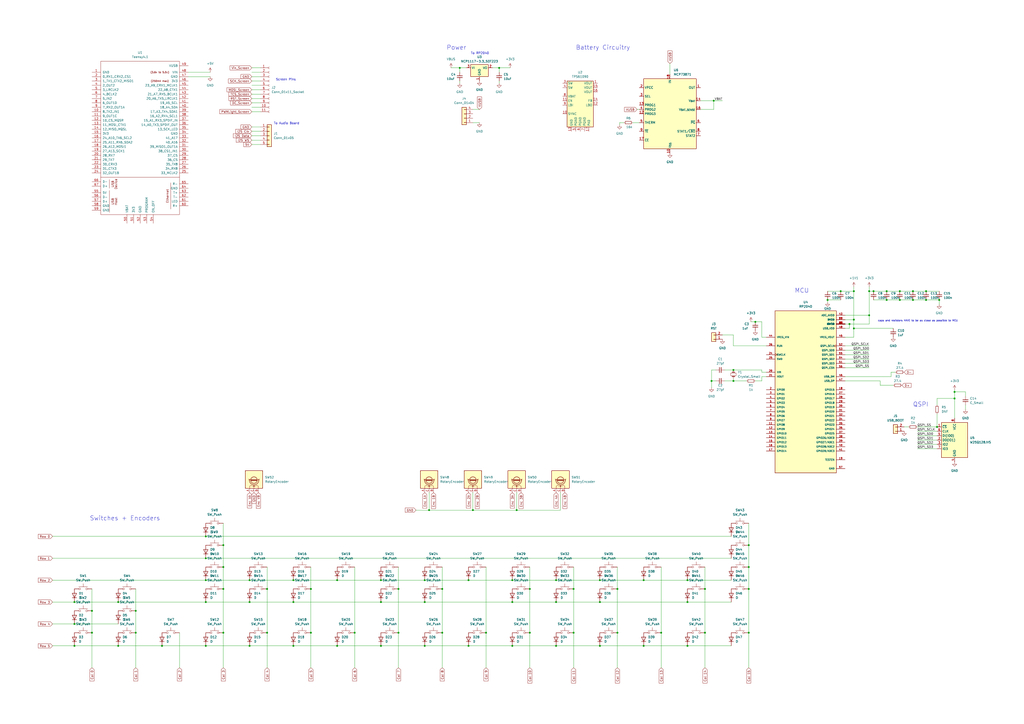
<source format=kicad_sch>
(kicad_sch (version 20230121) (generator eeschema)
  (paper "A2")
  (title_block (title "Main Board"))
  (lib_symbols
    (symbol "Battery_Management:MCP73871"
      (property "Reference" "U" (at -7.62 24.13 0))
      (property "Value" "MCP73871" (at -15.24 21.59 0))
      (symbol "MCP73871_1_1"
        (pin power_out line (at 17.78 15.24 180) (length 2.54) (name "OUT") (number "1"))
        (pin power_in line (at 0 -22.86 90) (length 2.54) (name "V_{SS}") (number "10"))
        (pin passive line (at 0 -22.86 90) (length 2.54) hide (name "V_{SS}") (number "11"))
        (pin bidirectional line (at -17.78 0 0) (length 2.54) (name "PROG3") (number "12"))
        (pin bidirectional line (at -17.78 5.08 0) (length 2.54) (name "PROG1") (number "13"))
        (pin power_out line (at 17.78 7.62 180) (length 2.54) (name "V_{BAT}") (number "14"))
        (pin passive line (at 17.78 7.62 180) (length 2.54) hide (name "V_{BAT}") (number "15"))
        (pin input line (at 17.78 2.54 180) (length 2.54) (name "V_{BAT_SENSE}") (number "16"))
        (pin input line (at -17.78 -15.24 0) (length 2.54) (name "CE") (number "17"))
        (pin power_in line (at 0 22.86 270) (length 2.54) (name "IN") (number "18"))
        (pin passive line (at 0 22.86 270) (length 2.54) hide (name "IN") (number "19"))
        (pin input line (at -17.78 15.24 0) (length 2.54) (name "VPCC") (number "2"))
        (pin passive line (at 17.78 15.24 180) (length 2.54) hide (name "OUT") (number "20"))
        (pin passive line (at 0 -22.86 90) (length 2.54) hide (name "V_{SS}") (number "21"))
        (pin input line (at -17.78 10.16 0) (length 2.54) (name "SEL") (number "3"))
        (pin input line (at -17.78 2.54 0) (length 2.54) (name "PROG2") (number "4"))
        (pin bidirectional line (at -17.78 -5.08 0) (length 2.54) (name "THERM") (number "5"))
        (pin open_collector line (at 17.78 -5.08 180) (length 2.54) (name "~{PG}") (number "6"))
        (pin open_collector line (at 17.78 -12.7 180) (length 2.54) (name "STAT2") (number "7"))
        (pin open_collector line (at 17.78 -10.16 180) (length 2.54) (name "STAT1/~{LBO}") (number "8"))
        (pin input line (at -17.78 -10.16 0) (length 2.54) (name "~{TE}") (number "9"))
      )
    )
    (symbol "Connector:Conn_01x11_Socket" (pin_names (offset 1.016) hide)
      (property "Reference" "J" (at 0 15.24 0))
      (property "Value" "Conn_01x11_Socket" (at 0 -15.24 0))
      (symbol "Conn_01x11_Socket_1_1"
        (pin passive line (at -5.08 12.7 0) (length 3.81) (name "Pin_1") (number "1"))
        (pin passive line (at -5.08 -10.16 0) (length 3.81) (name "Pin_10") (number "10"))
        (pin passive line (at -5.08 -12.7 0) (length 3.81) (name "Pin_11") (number "11"))
        (pin passive line (at -5.08 10.16 0) (length 3.81) (name "Pin_2") (number "2"))
        (pin passive line (at -5.08 7.62 0) (length 3.81) (name "Pin_3") (number "3"))
        (pin passive line (at -5.08 5.08 0) (length 3.81) (name "Pin_4") (number "4"))
        (pin passive line (at -5.08 2.54 0) (length 3.81) (name "Pin_5") (number "5"))
        (pin passive line (at -5.08 0 0) (length 3.81) (name "Pin_6") (number "6"))
        (pin passive line (at -5.08 -2.54 0) (length 3.81) (name "Pin_7") (number "7"))
        (pin passive line (at -5.08 -5.08 0) (length 3.81) (name "Pin_8") (number "8"))
        (pin passive line (at -5.08 -7.62 0) (length 3.81) (name "Pin_9") (number "9"))
      )
    )
    (symbol "Connector_Generic:Conn_01x02" (pin_names (offset 1.016) hide)
      (property "Reference" "J" (at 0 2.54 0))
      (property "Value" "Conn_01x02" (at 0 -5.08 0))
      (symbol "Conn_01x02_1_1"
        (pin passive line (at -5.08 0 0) (length 3.81) (name "Pin_1") (number "1"))
        (pin passive line (at -5.08 -2.54 0) (length 3.81) (name "Pin_2") (number "2"))
      )
    )
    (symbol "Connector_Generic:Conn_01x04" (pin_names (offset 1.016) hide)
      (property "Reference" "J" (at 0 5.08 0))
      (property "Value" "Conn_01x04" (at 0 -7.62 0))
      (symbol "Conn_01x04_1_1"
        (pin passive line (at -5.08 2.54 0) (length 3.81) (name "Pin_1") (number "1"))
        (pin passive line (at -5.08 0 0) (length 3.81) (name "Pin_2") (number "2"))
        (pin passive line (at -5.08 -2.54 0) (length 3.81) (name "Pin_3") (number "3"))
        (pin passive line (at -5.08 -5.08 0) (length 3.81) (name "Pin_4") (number "4"))
      )
    )
    (symbol "Connector_Generic:Conn_01x05" (pin_names (offset 1.016) hide)
      (property "Reference" "J" (at 0 7.62 0))
      (property "Value" "Conn_01x05" (at 0 -7.62 0))
      (symbol "Conn_01x05_1_1"
        (pin passive line (at -5.08 5.08 0) (length 3.81) (name "Pin_1") (number "1"))
        (pin passive line (at -5.08 2.54 0) (length 3.81) (name "Pin_2") (number "2"))
        (pin passive line (at -5.08 0 0) (length 3.81) (name "Pin_3") (number "3"))
        (pin passive line (at -5.08 -2.54 0) (length 3.81) (name "Pin_4") (number "4"))
        (pin passive line (at -5.08 -5.08 0) (length 3.81) (name "Pin_5") (number "5"))
      )
    )
    (symbol "Device:C_Small" (pin_numbers hide) (pin_names (offset 0.254) hide)
      (property "Reference" "C" (at 0.254 1.778 0))
      (property "Value" "C_Small" (at 0.254 -2.032 0))
      (symbol "C_Small_1_1"
        (pin passive line (at 0 2.54 270) (length 2.032) (name "~") (number "1"))
        (pin passive line (at 0 -2.54 90) (length 2.032) (name "~") (number "2"))
      )
    )
    (symbol "Device:Crystal_Small" (pin_numbers hide) (pin_names (offset 1.016) hide)
      (property "Reference" "Y" (at 0 2.54 0))
      (property "Value" "Crystal_Small" (at 0 -2.54 0))
      (symbol "Crystal_Small_1_1"
        (pin passive line (at -2.54 0 0) (length 1.27) (name "1") (number "1"))
        (pin passive line (at 2.54 0 180) (length 1.27) (name "2") (number "2"))
      )
    )
    (symbol "Device:D" (pin_numbers hide) (pin_names (offset 1.016) hide)
      (property "Reference" "D" (at 0 2.54 0))
      (property "Value" "D" (at 0 -2.54 0))
      (symbol "D_1_1"
        (pin passive line (at -3.81 0 0) (length 2.54) (name "K") (number "1"))
        (pin passive line (at 3.81 0 180) (length 2.54) (name "A") (number "2"))
      )
    )
    (symbol "Device:R_Small" (pin_numbers hide) (pin_names (offset 0.254) hide)
      (property "Reference" "R" (at 0.762 0.508 0))
      (property "Value" "R_Small" (at 0.762 -1.016 0))
      (symbol "R_Small_1_1"
        (pin passive line (at 0 2.54 270) (length 0.762) (name "~") (number "1"))
        (pin passive line (at 0 -2.54 90) (length 0.762) (name "~") (number "2"))
      )
    )
    (symbol "Device:RotaryEncoder" (pin_names (offset 0.254) hide)
      (property "Reference" "SW" (at 0 6.604 0))
      (property "Value" "RotaryEncoder" (at 0 -6.604 0))
      (symbol "RotaryEncoder_1_1"
        (pin passive line (at -7.62 2.54 0) (length 2.54) (name "A") (number "A"))
        (pin passive line (at -7.62 -2.54 0) (length 2.54) (name "B") (number "B"))
        (pin passive line (at -7.62 0 0) (length 2.54) (name "C") (number "C"))
      )
    )
    (symbol "Memory_Flash:W25Q128JVS"
      (property "Reference" "U" (at -8.89 8.89 0))
      (property "Value" "W25Q128JVS" (at 7.62 8.89 0))
      (symbol "W25Q128JVS_1_1"
        (pin input line (at -10.16 7.62 0) (length 2.54) (name "~{CS}") (number "1"))
        (pin bidirectional line (at -10.16 0 0) (length 2.54) (name "DO(IO1)") (number "2"))
        (pin bidirectional line (at -10.16 -2.54 0) (length 2.54) (name "IO2") (number "3"))
        (pin power_in line (at 0 -12.7 90) (length 2.54) (name "GND") (number "4"))
        (pin bidirectional line (at -10.16 2.54 0) (length 2.54) (name "DI(IO0)") (number "5"))
        (pin input line (at -10.16 5.08 0) (length 2.54) (name "CLK") (number "6"))
        (pin bidirectional line (at -10.16 -5.08 0) (length 2.54) (name "IO3") (number "7"))
        (pin power_in line (at 0 12.7 270) (length 2.54) (name "VCC") (number "8"))
      )
    )
    (symbol "RP2040:RP2040" (pin_names (offset 1.016))
      (property "Reference" "U" (at -17.78 50.8 0))
      (property "Value" "RP2040" (at -17.78 -48.26 0))
      (symbol "RP2040_0_0"
        (pin power_in line (at 22.86 40.64 180) (length 5.08) (name "IOVDD") (number "1"))
        (pin power_in line (at 22.86 40.64 180) (length 5.08) (name "IOVDD") (number "10"))
        (pin bidirectional line (at -22.86 -17.78 0) (length 5.08) (name "GPIO8") (number "11"))
        (pin bidirectional line (at -22.86 -20.32 0) (length 5.08) (name "GPIO9") (number "12"))
        (pin bidirectional line (at -22.86 -22.86 0) (length 5.08) (name "GPIO10") (number "13"))
        (pin bidirectional line (at -22.86 -25.4 0) (length 5.08) (name "GPIO11") (number "14"))
        (pin bidirectional line (at -22.86 -27.94 0) (length 5.08) (name "GPIO12") (number "15"))
        (pin bidirectional line (at -22.86 -30.48 0) (length 5.08) (name "GPIO13") (number "16"))
        (pin bidirectional line (at -22.86 -33.02 0) (length 5.08) (name "GPIO14") (number "17"))
        (pin bidirectional line (at 22.86 2.54 180) (length 5.08) (name "GPIO15") (number "18"))
        (pin passive line (at 22.86 -38.1 180) (length 5.08) (name "TESTEN") (number "19"))
        (pin bidirectional line (at -22.86 2.54 0) (length 5.08) (name "GPIO0") (number "2"))
        (pin input line (at -22.86 12.7 0) (length 5.08) (name "XIN") (number "20"))
        (pin output line (at -22.86 10.16 0) (length 5.08) (name "XOUT") (number "21"))
        (pin power_in line (at 22.86 40.64 180) (length 5.08) (name "IOVDD") (number "22"))
        (pin power_in line (at 22.86 43.18 180) (length 5.08) (name "DVDD") (number "23"))
        (pin input clock (at -22.86 22.86 0) (length 5.08) (name "SWCLK") (number "24"))
        (pin bidirectional line (at -22.86 20.32 0) (length 5.08) (name "SWD") (number "25"))
        (pin input line (at -22.86 27.94 0) (length 5.08) (name "RUN") (number "26"))
        (pin bidirectional line (at 22.86 0 180) (length 5.08) (name "GPIO16") (number "27"))
        (pin bidirectional line (at 22.86 -2.54 180) (length 5.08) (name "GPIO17") (number "28"))
        (pin bidirectional line (at 22.86 -5.08 180) (length 5.08) (name "GPIO18") (number "29"))
        (pin bidirectional line (at -22.86 0 0) (length 5.08) (name "GPIO1") (number "3"))
        (pin bidirectional line (at 22.86 -7.62 180) (length 5.08) (name "GPIO19") (number "30"))
        (pin bidirectional line (at 22.86 -10.16 180) (length 5.08) (name "GPIO20") (number "31"))
        (pin bidirectional line (at 22.86 -12.7 180) (length 5.08) (name "GPIO21") (number "32"))
        (pin power_in line (at 22.86 40.64 180) (length 5.08) (name "IOVDD") (number "33"))
        (pin bidirectional line (at 22.86 -15.24 180) (length 5.08) (name "GPIO22") (number "34"))
        (pin bidirectional line (at 22.86 -17.78 180) (length 5.08) (name "GPIO23") (number "35"))
        (pin bidirectional line (at 22.86 -20.32 180) (length 5.08) (name "GPIO24") (number "36"))
        (pin bidirectional line (at 22.86 -22.86 180) (length 5.08) (name "GPIO25") (number "37"))
        (pin bidirectional line (at 22.86 -25.4 180) (length 5.08) (name "GPIO26/ADC0") (number "38"))
        (pin bidirectional line (at 22.86 -27.94 180) (length 5.08) (name "GPIO27/ADC1") (number "39"))
        (pin bidirectional line (at -22.86 -2.54 0) (length 5.08) (name "GPIO2") (number "4"))
        (pin bidirectional line (at 22.86 -30.48 180) (length 5.08) (name "GPIO28/ADC2") (number "40"))
        (pin bidirectional line (at 22.86 -33.02 180) (length 5.08) (name "GPIO29/ADC3") (number "41"))
        (pin power_in line (at 22.86 40.64 180) (length 5.08) (name "IOVDD") (number "42"))
        (pin power_in line (at 22.86 45.72 180) (length 5.08) (name "ADC_AVDD") (number "43"))
        (pin input line (at -22.86 33.02 0) (length 5.08) (name "VREG_VIN") (number "44"))
        (pin output line (at 22.86 33.02 180) (length 5.08) (name "VREG_VOUT") (number "45"))
        (pin bidirectional line (at 22.86 10.16 180) (length 5.08) (name "USB_DM") (number "46"))
        (pin bidirectional line (at 22.86 7.62 180) (length 5.08) (name "USB_DP") (number "47"))
        (pin power_in line (at 22.86 38.1 180) (length 5.08) (name "USB_VDD") (number "48"))
        (pin power_in line (at 22.86 40.64 180) (length 5.08) (name "IOVDD") (number "49"))
        (pin bidirectional line (at -22.86 -5.08 0) (length 5.08) (name "GPIO3") (number "5"))
        (pin power_in line (at 22.86 43.18 180) (length 5.08) (name "DVDD") (number "50"))
        (pin bidirectional line (at 22.86 17.78 180) (length 5.08) (name "QSPI_SD3") (number "51"))
        (pin bidirectional clock (at 22.86 27.94 180) (length 5.08) (name "QSPI_SCLK") (number "52"))
        (pin bidirectional line (at 22.86 25.4 180) (length 5.08) (name "QSPI_SD0") (number "53"))
        (pin bidirectional line (at 22.86 20.32 180) (length 5.08) (name "QSPI_SD2") (number "54"))
        (pin bidirectional line (at 22.86 22.86 180) (length 5.08) (name "QSPI_SD1") (number "55"))
        (pin bidirectional line (at 22.86 15.24 180) (length 5.08) (name "QSPI_CSN") (number "56"))
        (pin power_in line (at 22.86 -43.18 180) (length 5.08) (name "GND") (number "57"))
        (pin bidirectional line (at -22.86 -7.62 0) (length 5.08) (name "GPIO4") (number "6"))
        (pin bidirectional line (at -22.86 -10.16 0) (length 5.08) (name "GPIO5") (number "7"))
        (pin bidirectional line (at -22.86 -12.7 0) (length 5.08) (name "GPIO6") (number "8"))
        (pin bidirectional line (at -22.86 -15.24 0) (length 5.08) (name "GPIO7") (number "9"))
      )
    )
    (symbol "Regulator_Linear:NCP1117-3.3_SOT223"
      (property "Reference" "U" (at -3.81 3.175 0))
      (property "Value" "NCP1117-3.3_SOT223" (at 0 3.175 0))
      (symbol "NCP1117-3.3_SOT223_1_1"
        (pin power_in line (at 0 -7.62 90) (length 2.54) (name "GND") (number "1"))
        (pin power_out line (at 7.62 0 180) (length 2.54) (name "VO") (number "2"))
        (pin power_in line (at -7.62 0 0) (length 2.54) (name "VI") (number "3"))
      )
    )
    (symbol "Regulator_Switching:TPS61090"
      (property "Reference" "U" (at -7.62 15.24 0))
      (property "Value" "TPS61090" (at 1.27 15.24 0))
      (symbol "TPS61090_0_0"
        (pin power_out line (at 10.16 12.7 180) (length 2.54) (name "VOUT") (number "1"))
        (pin input line (at -10.16 -5.08 0) (length 2.54) (name "SYNC") (number "10"))
        (pin input line (at -10.16 2.54 0) (length 2.54) (name "EN") (number "11"))
        (pin open_collector line (at 10.16 0 180) (length 2.54) (name "LBO") (number "12"))
        (pin power_in line (at -5.08 -15.24 90) (length 2.54) (name "GND") (number "13"))
        (pin input line (at 10.16 2.54 180) (length 2.54) (name "FB") (number "14"))
        (pin passive line (at 10.16 10.16 180) (length 2.54) (name "VOUT") (number "15"))
        (pin passive line (at 10.16 7.62 180) (length 2.54) (name "VOUT") (number "16"))
        (pin power_in line (at 5.08 -15.24 90) (length 2.54) (name "PAD") (number "17"))
        (pin no_connect line (at 10.16 -5.08 180) (length 2.54) hide (name "NC") (number "2"))
        (pin passive line (at -10.16 12.7 0) (length 2.54) (name "SW") (number "3"))
        (pin passive line (at -10.16 10.16 0) (length 2.54) (name "SW") (number "4"))
        (pin power_in line (at -2.54 -15.24 90) (length 2.54) (name "PGND") (number "5"))
        (pin power_in line (at 0 -15.24 90) (length 2.54) (name "PGND") (number "6"))
        (pin power_in line (at 2.54 -15.24 90) (length 2.54) (name "PGND") (number "7"))
        (pin power_in line (at -10.16 5.08 0) (length 2.54) (name "VBAT") (number "8"))
        (pin input line (at -10.16 0 0) (length 2.54) (name "LBI") (number "9"))
      )
    )
    (symbol "Switch:SW_Push" (pin_numbers hide) (pin_names (offset 1.016) hide)
      (property "Reference" "SW" (at 1.27 2.54 0))
      (property "Value" "SW_Push" (at 0 -1.524 0))
      (symbol "SW_Push_0_1"
        (pin passive line (at -5.08 0 0) (length 2.54) (name "1") (number "1"))
        (pin passive line (at 5.08 0 180) (length 2.54) (name "2") (number "2"))
      )
    )
    (symbol "Teensy:Teensy4.1" (pin_names (offset 1.016))
      (property "Reference" "U" (at 0 64.77 0))
      (property "Value" "Teensy4.1" (at 0 62.23 0))
      (symbol "Teensy4.1_0_0"
        (text "(250mA max)" (at 11.43 49.53 0) (effects (font (size 1.016 1.016))))
        (text "(3.6v to 5.5v)" (at 11.43 54.61 0) (effects (font (size 1.016 1.016))))
        (text "Device" (at -13.97 -10.16 900) (effects (font (size 1.27 1.27))))
        (text "Ethernet" (at 15.875 -17.145 900) (effects (font (size 1.27 1.27))))
        (text "Host" (at -13.97 -20.32 900) (effects (font (size 1.27 1.27))))
        (text "USB" (at -15.875 -20.32 900) (effects (font (size 1.27 1.27))))
        (text "USB" (at -15.875 -10.16 900) (effects (font (size 1.27 1.27))))
        (pin bidirectional line (at -27.94 31.75 0) (length 5.08) (name "8_TX2_IN1") (number "10"))
        (pin bidirectional line (at -27.94 29.21 0) (length 5.08) (name "9_OUT1C") (number "11"))
        (pin bidirectional line (at -27.94 26.67 0) (length 5.08) (name "10_CS_MQSR") (number "12"))
        (pin bidirectional line (at -27.94 24.13 0) (length 5.08) (name "11_MOSI_CTX1") (number "13"))
        (pin bidirectional line (at -27.94 21.59 0) (length 5.08) (name "12_MISO_MQSL") (number "14"))
        (pin power_in line (at -27.94 19.05 0) (length 5.08) (name "3V3") (number "15"))
        (pin bidirectional line (at -27.94 16.51 0) (length 5.08) (name "24_A10_TX6_SCL2") (number "16"))
        (pin bidirectional line (at -27.94 13.97 0) (length 5.08) (name "25_A11_RX6_SDA2") (number "17"))
        (pin bidirectional line (at -27.94 11.43 0) (length 5.08) (name "26_A12_MOSI1") (number "18"))
        (pin bidirectional line (at -27.94 8.89 0) (length 5.08) (name "27_A13_SCK1") (number "19"))
        (pin bidirectional line (at -27.94 6.35 0) (length 5.08) (name "28_RX7") (number "20"))
        (pin bidirectional line (at -27.94 3.81 0) (length 5.08) (name "29_TX7") (number "21"))
        (pin bidirectional line (at -27.94 1.27 0) (length 5.08) (name "30_CRX3") (number "22"))
        (pin bidirectional line (at -27.94 -1.27 0) (length 5.08) (name "31_CTX3") (number "23"))
        (pin bidirectional line (at -27.94 -3.81 0) (length 5.08) (name "32_OUT1B") (number "24"))
        (pin bidirectional line (at 27.94 -3.81 180) (length 5.08) (name "33_MCLK2") (number "25"))
        (pin bidirectional line (at 27.94 -1.27 180) (length 5.08) (name "34_RX8") (number "26"))
        (pin bidirectional line (at 27.94 1.27 180) (length 5.08) (name "35_TX8") (number "27"))
        (pin bidirectional line (at 27.94 3.81 180) (length 5.08) (name "36_CS") (number "28"))
        (pin bidirectional line (at 27.94 6.35 180) (length 5.08) (name "37_CS") (number "29"))
        (pin bidirectional line (at 27.94 8.89 180) (length 5.08) (name "38_CS1_IN1") (number "30"))
        (pin bidirectional line (at 27.94 11.43 180) (length 5.08) (name "39_MISO1_OUT1A") (number "31"))
        (pin bidirectional line (at 27.94 13.97 180) (length 5.08) (name "40_A16") (number "32"))
        (pin bidirectional line (at 27.94 16.51 180) (length 5.08) (name "41_A17") (number "33"))
        (pin bidirectional line (at 27.94 21.59 180) (length 5.08) (name "13_SCK_LED") (number "35"))
        (pin bidirectional line (at 27.94 24.13 180) (length 5.08) (name "14_A0_TX3_SPDIF_OUT") (number "36"))
        (pin bidirectional line (at 27.94 26.67 180) (length 5.08) (name "15_A1_RX3_SPDIF_IN") (number "37"))
        (pin bidirectional line (at 27.94 29.21 180) (length 5.08) (name "16_A2_RX4_SCL1") (number "38"))
        (pin bidirectional line (at 27.94 31.75 180) (length 5.08) (name "17_A3_TX4_SDA1") (number "39"))
        (pin bidirectional line (at 27.94 34.29 180) (length 5.08) (name "18_A4_SDA") (number "40"))
        (pin bidirectional line (at 27.94 36.83 180) (length 5.08) (name "19_A5_SCL") (number "41"))
        (pin bidirectional line (at 27.94 39.37 180) (length 5.08) (name "20_A6_TX5_LRCLK1") (number "42"))
        (pin bidirectional line (at 27.94 41.91 180) (length 5.08) (name "21_A7_RX5_BCLK1") (number "43"))
        (pin bidirectional line (at 27.94 44.45 180) (length 5.08) (name "22_A8_CTX1") (number "44"))
        (pin bidirectional line (at 27.94 46.99 180) (length 5.08) (name "23_A9_CRX1_MCLK1") (number "45"))
        (pin output line (at 27.94 49.53 180) (length 5.08) (name "3V3") (number "46"))
        (pin output line (at 27.94 52.07 180) (length 5.08) (name "GND") (number "47"))
        (pin power_in line (at 27.94 54.61 180) (length 5.08) (name "VIN") (number "48"))
        (pin power_out line (at 27.94 58.42 180) (length 5.08) (name "VUSB") (number "49"))
        (pin bidirectional line (at -27.94 44.45 0) (length 5.08) (name "3_LRCLK2") (number "5"))
        (pin power_in line (at -7.62 -33.02 90) (length 5.08) (name "VBAT") (number "50"))
        (pin power_in line (at -3.81 -33.02 90) (length 5.08) (name "3V3") (number "51"))
        (pin input line (at 0 -33.02 90) (length 5.08) (name "GND") (number "52"))
        (pin input line (at 3.81 -33.02 90) (length 5.08) (name "PROGRAM") (number "53"))
        (pin input line (at 7.62 -33.02 90) (length 5.08) (name "ON_OFF") (number "54"))
        (pin power_out line (at -27.94 -15.24 0) (length 5.08) (name "5V") (number "55"))
        (pin bidirectional line (at -27.94 -17.78 0) (length 5.08) (name "D-") (number "56"))
        (pin bidirectional line (at -27.94 -20.32 0) (length 5.08) (name "D+") (number "57"))
        (pin power_in line (at -27.94 -22.86 0) (length 5.08) (name "GND") (number "58"))
        (pin power_in line (at -27.94 -25.4 0) (length 5.08) (name "GND") (number "59"))
        (pin bidirectional line (at -27.94 41.91 0) (length 5.08) (name "4_BCLK2") (number "6"))
        (pin bidirectional line (at 27.94 -22.86 180) (length 5.08) (name "R+") (number "60"))
        (pin bidirectional line (at 27.94 -20.32 180) (length 5.08) (name "LED") (number "61"))
        (pin bidirectional line (at 27.94 -17.78 180) (length 5.08) (name "T-") (number "62"))
        (pin bidirectional line (at 27.94 -15.24 180) (length 5.08) (name "T+") (number "63"))
        (pin power_in line (at 27.94 -12.7 180) (length 5.08) (name "GND") (number "64"))
        (pin bidirectional line (at 27.94 -10.16 180) (length 5.08) (name "R-") (number "65"))
        (pin bidirectional line (at -27.94 -8.89 0) (length 5.08) (name "D-") (number "66"))
        (pin bidirectional line (at -27.94 -11.43 0) (length 5.08) (name "D+") (number "67"))
        (pin bidirectional line (at -27.94 39.37 0) (length 5.08) (name "5_IN2") (number "7"))
        (pin bidirectional line (at -27.94 36.83 0) (length 5.08) (name "6_OUT1D") (number "8"))
        (pin bidirectional line (at -27.94 34.29 0) (length 5.08) (name "7_RX2_OUT1A") (number "9"))
      )
      (symbol "Teensy4.1_1_1"
        (pin power_in line (at -27.94 54.61 0) (length 5.08) (name "GND") (number "1"))
        (pin bidirectional line (at -27.94 52.07 0) (length 5.08) (name "0_RX1_CRX2_CS1") (number "2"))
        (pin bidirectional line (at -27.94 49.53 0) (length 5.08) (name "1_TX1_CTX2_MISO1") (number "3"))
        (pin power_in line (at 27.94 19.05 180) (length 5.08) (name "GND") (number "34"))
        (pin bidirectional line (at -27.94 46.99 0) (length 5.08) (name "2_OUT2") (number "4"))
      )
    )
    (symbol "power:+1V1" (power) (pin_names (offset 0))
      (property "Value" "+1V1" (at 0 3.556 0))
      (symbol "+1V1_1_1"
        (pin power_in line (at 0 0 90) (length 0) hide (name "+1V1") (number "1"))
      )
    )
    (symbol "power:+3V3" (power) (pin_names (offset 0))
      (property "Value" "+3V3" (at 0 3.556 0))
      (symbol "+3V3_1_1"
        (pin power_in line (at 0 0 90) (length 0) hide (name "+3V3") (number "1"))
      )
    )
    (symbol "power:+5V" (power) (pin_names (offset 0))
      (property "Value" "+5V" (at 0 3.556 0))
      (symbol "+5V_1_1"
        (pin power_in line (at 0 0 90) (length 0) hide (name "+5V") (number "1"))
      )
    )
    (symbol "power:GND" (power) (pin_names (offset 0))
      (property "Value" "GND" (at 0 -3.81 0))
      (symbol "GND_1_1"
        (pin power_in line (at 0 0 270) (length 0) hide (name "GND") (number "1"))
      )
    )
    (symbol "power:VBUS" (power) (pin_names (offset 0))
      (property "Value" "VBUS" (at 0 3.81 0))
      (symbol "VBUS_1_1"
        (pin power_in line (at 0 0 90) (length 0) hide (name "VBUS") (number "1"))
      )
    )
  )
  (junction (at 53.34 354.33))
  (junction (at 299.72 295.91))
  (junction (at 246.38 336.55))
  (junction (at 144.78 349.25))
  (junction (at 274.32 295.91))
  (junction (at 358.14 367.03))
  (junction (at 78.74 354.33))
  (junction (at 256.54 341.63))
  (junction (at 529.59 173.99))
  (junction (at 53.34 367.03))
  (junction (at 195.58 374.65))
  (junction (at 373.38 336.55))
  (junction (at 68.58 374.65))
  (junction (at 68.58 349.25))
  (junction (at 170.18 336.55))
  (junction (at 438.15 186.69))
  (junction (at 358.14 341.63))
  (junction (at 129.54 341.63))
  (junction (at 412.75 220.98))
  (junction (at 492.76 187.96))
  (junction (at 398.78 374.65))
  (junction (at 154.94 341.63))
  (junction (at 537.21 173.99))
  (junction (at 521.97 173.99))
  (junction (at 495.3 185.42))
  (junction (at 170.18 374.65))
  (junction (at 119.38 336.55))
  (junction (at 521.97 168.91))
  (junction (at 504.19 182.88))
  (junction (at 553.72 231.14))
  (junction (at 266.7 39.37))
  (junction (at 248.92 295.91))
  (junction (at 307.34 341.63))
  (junction (at 383.54 367.03))
  (junction (at 129.54 367.03))
  (junction (at 504.19 168.91))
  (junction (at 495.3 168.91))
  (junction (at 434.34 367.03))
  (junction (at 144.78 374.65))
  (junction (at 322.58 336.55))
  (junction (at 144.78 336.55))
  (junction (at 231.14 367.03))
  (junction (at 129.54 316.23))
  (junction (at 43.18 349.25))
  (junction (at 205.74 367.03))
  (junction (at 506.73 168.91))
  (junction (at 93.98 374.65))
  (junction (at 297.18 336.55))
  (junction (at 119.38 374.65))
  (junction (at 434.34 328.93))
  (junction (at 195.58 336.55))
  (junction (at 514.35 168.91))
  (junction (at 231.14 341.63))
  (junction (at 180.34 341.63))
  (junction (at 129.54 328.93))
  (junction (at 297.18 374.65))
  (junction (at 347.98 336.55))
  (junction (at 170.18 349.25))
  (junction (at 332.74 367.03))
  (junction (at 529.59 168.91))
  (junction (at 289.56 39.37))
  (junction (at 307.34 367.03))
  (junction (at 220.98 349.25))
  (junction (at 495.3 190.5))
  (junction (at 271.78 336.55))
  (junction (at 537.21 168.91))
  (junction (at 408.94 367.03))
  (junction (at 434.34 341.63))
  (junction (at 78.74 367.03))
  (junction (at 434.34 316.23))
  (junction (at 180.34 367.03))
  (junction (at 347.98 374.65))
  (junction (at 256.54 367.03))
  (junction (at 297.18 349.25))
  (junction (at 408.94 341.63))
  (junction (at 119.38 323.85))
  (junction (at 425.45 220.98))
  (junction (at 246.38 349.25))
  (junction (at 414.02 58.42))
  (junction (at 347.98 349.25))
  (junction (at 425.45 214.63))
  (junction (at 322.58 349.25))
  (junction (at 553.72 227.33))
  (junction (at 398.78 349.25))
  (junction (at 398.78 336.55))
  (junction (at 271.78 374.65))
  (junction (at 332.74 341.63))
  (junction (at 220.98 336.55))
  (junction (at 514.35 173.99))
  (junction (at 119.38 349.25))
  (junction (at 119.38 311.15))
  (junction (at 544.83 173.99))
  (junction (at 322.58 374.65))
  (junction (at 43.18 374.65))
  (junction (at 373.38 374.65))
  (junction (at 220.98 374.65))
  (junction (at 281.94 367.03))
  (junction (at 543.56 247.65))
  (junction (at 43.18 361.95))
  (junction (at 154.94 367.03))
  (junction (at 480.06 173.99))
  (junction (at 487.68 168.91))
  (junction (at 246.38 374.65))
  (wire (pts (xy 146.05 44.45) (xy 151.13 44.45)))
  (wire (pts (xy 78.74 367.03) (xy 78.74 387.35)))
  (wire (pts (xy 373.38 374.65) (xy 398.78 374.65)))
  (wire (pts (xy 154.94 341.63) (xy 154.94 367.03)))
  (wire (pts (xy 506.73 173.99) (xy 514.35 173.99)))
  (wire (pts (xy 543.56 240.03) (xy 543.56 247.65)))
  (wire (pts (xy 532.13 255.27) (xy 543.56 255.27)))
  (wire (pts (xy 281.94 367.03) (xy 281.94 387.35)))
  (wire (pts (xy 408.94 341.63) (xy 408.94 367.03)))
  (wire (pts (xy 543.56 231.14) (xy 543.56 234.95)))
  (wire (pts (xy 68.58 374.65) (xy 93.98 374.65)))
  (wire (pts (xy 398.78 349.25) (xy 424.18 349.25)))
  (wire (pts (xy 434.34 303.53) (xy 434.34 316.23)))
  (wire (pts (xy 274.32 71.12) (xy 278.13 71.12)))
  (wire (pts (xy 261.62 39.37) (xy 266.7 39.37)))
  (wire (pts (xy 495.3 195.58) (xy 495.3 190.5)))
  (wire (pts (xy 504.19 168.91) (xy 504.19 182.88)))
  (wire (pts (xy 299.72 295.91) (xy 325.12 295.91)))
  (wire (pts (xy 435.61 186.69) (xy 438.15 186.69)))
  (wire (pts (xy 441.96 186.69) (xy 441.96 195.58)))
  (wire (pts (xy 490.22 187.96) (xy 492.76 187.96)))
  (wire (pts (xy 43.18 361.95) (xy 68.58 361.95)))
  (wire (pts (xy 504.19 182.88) (xy 504.19 187.96)))
  (wire (pts (xy 495.3 168.91) (xy 495.3 185.42)))
  (wire (pts (xy 30.48 361.95) (xy 43.18 361.95)))
  (wire (pts (xy 246.38 336.55) (xy 271.78 336.55)))
  (wire (pts (xy 78.74 354.33) (xy 78.74 367.03)))
  (wire (pts (xy 425.45 200.66) (xy 425.45 194.31)))
  (wire (pts (xy 504.19 166.37) (xy 504.19 168.91)))
  (wire (pts (xy 495.3 190.5) (xy 518.16 190.5)))
  (wire (pts (xy 521.97 168.91) (xy 529.59 168.91)))
  (wire (pts (xy 406.4 63.5) (xy 414.02 63.5)))
  (wire (pts (xy 420.37 214.63) (xy 425.45 214.63)))
  (wire (pts (xy 53.34 354.33) (xy 53.34 367.03)))
  (wire (pts (xy 553.72 231.14) (xy 553.72 242.57)))
  (wire (pts (xy 434.34 328.93) (xy 434.34 341.63)))
  (wire (pts (xy 30.48 311.15) (xy 119.38 311.15)))
  (wire (pts (xy 492.76 187.96) (xy 504.19 187.96)))
  (wire (pts (xy 78.74 341.63) (xy 78.74 354.33)))
  (wire (pts (xy 347.98 349.25) (xy 398.78 349.25)))
  (wire (pts (xy 289.56 46.99) (xy 289.56 48.26)))
  (wire (pts (xy 322.58 374.65) (xy 347.98 374.65)))
  (wire (pts (xy 322.58 349.25) (xy 347.98 349.25)))
  (wire (pts (xy 322.58 336.55) (xy 347.98 336.55)))
  (wire (pts (xy 444.5 200.66) (xy 425.45 200.66)))
  (wire (pts (xy 119.38 323.85) (xy 424.18 323.85)))
  (wire (pts (xy 560.07 234.95) (xy 560.07 237.49)))
  (wire (pts (xy 146.05 49.53) (xy 151.13 49.53)))
  (wire (pts (xy 438.15 186.69) (xy 441.96 186.69)))
  (wire (pts (xy 307.34 328.93) (xy 307.34 341.63)))
  (wire (pts (xy 438.15 220.98) (xy 441.96 220.98)))
  (wire (pts (xy 506.73 168.91) (xy 514.35 168.91)))
  (wire (pts (xy 146.05 54.61) (xy 151.13 54.61)))
  (wire (pts (xy 553.72 227.33) (xy 560.07 227.33)))
  (wire (pts (xy 532.13 247.65) (xy 543.56 247.65)))
  (wire (pts (xy 144.78 349.25) (xy 170.18 349.25)))
  (wire (pts (xy 180.34 341.63) (xy 180.34 367.03)))
  (wire (pts (xy 220.98 336.55) (xy 246.38 336.55)))
  (wire (pts (xy 553.72 227.33) (xy 553.72 231.14)))
  (wire (pts (xy 246.38 349.25) (xy 297.18 349.25)))
  (wire (pts (xy 490.22 220.98) (xy 510.54 220.98)))
  (wire (pts (xy 231.14 328.93) (xy 231.14 341.63)))
  (wire (pts (xy 248.92 285.75) (xy 248.92 295.91)))
  (wire (pts (xy 490.22 200.66) (xy 504.19 200.66)))
  (wire (pts (xy 521.97 173.99) (xy 529.59 173.99)))
  (wire (pts (xy 398.78 336.55) (xy 424.18 336.55)))
  (wire (pts (xy 146.05 57.15) (xy 151.13 57.15)))
  (wire (pts (xy 516.89 218.44) (xy 516.89 215.9)))
  (wire (pts (xy 170.18 374.65) (xy 195.58 374.65)))
  (wire (pts (xy 129.54 328.93) (xy 129.54 341.63)))
  (wire (pts (xy 480.06 168.91) (xy 487.68 168.91)))
  (wire (pts (xy 325.12 295.91) (xy 325.12 285.75)))
  (wire (pts (xy 388.62 36.83) (xy 388.62 43.18)))
  (wire (pts (xy 30.48 323.85) (xy 119.38 323.85)))
  (wire (pts (xy 370.84 71.12) (xy 367.03 71.12)))
  (wire (pts (xy 220.98 349.25) (xy 246.38 349.25)))
  (wire (pts (xy 154.94 328.93) (xy 154.94 341.63)))
  (wire (pts (xy 490.22 218.44) (xy 516.89 218.44)))
  (wire (pts (xy 495.3 190.5) (xy 495.3 185.42)))
  (wire (pts (xy 412.75 214.63) (xy 412.75 220.98)))
  (wire (pts (xy 358.14 367.03) (xy 358.14 387.35)))
  (wire (pts (xy 274.32 295.91) (xy 299.72 295.91)))
  (wire (pts (xy 274.32 63.5) (xy 278.13 63.5)))
  (wire (pts (xy 408.94 367.03) (xy 408.94 387.35)))
  (wire (pts (xy 492.76 190.5) (xy 492.76 187.96)))
  (wire (pts (xy 514.35 173.99) (xy 521.97 173.99)))
  (wire (pts (xy 146.05 46.99) (xy 151.13 46.99)))
  (wire (pts (xy 266.7 46.99) (xy 266.7 48.26)))
  (wire (pts (xy 408.94 328.93) (xy 408.94 341.63)))
  (wire (pts (xy 256.54 341.63) (xy 256.54 367.03)))
  (wire (pts (xy 504.19 168.91) (xy 506.73 168.91)))
  (wire (pts (xy 347.98 374.65) (xy 373.38 374.65)))
  (wire (pts (xy 490.22 205.74) (xy 504.19 205.74)))
  (wire (pts (xy 154.94 367.03) (xy 154.94 387.35)))
  (wire (pts (xy 441.96 195.58) (xy 444.5 195.58)))
  (wire (pts (xy 524.51 247.65) (xy 527.05 247.65)))
  (wire (pts (xy 129.54 316.23) (xy 129.54 328.93)))
  (wire (pts (xy 119.38 336.55) (xy 144.78 336.55)))
  (wire (pts (xy 532.13 252.73) (xy 543.56 252.73)))
  (wire (pts (xy 146.05 52.07) (xy 151.13 52.07)))
  (wire (pts (xy 514.35 168.91) (xy 521.97 168.91)))
  (wire (pts (xy 441.96 215.9) (xy 441.96 214.63)))
  (wire (pts (xy 146.05 76.2) (xy 151.13 76.2)))
  (wire (pts (xy 104.14 367.03) (xy 104.14 387.35)))
  (wire (pts (xy 490.22 182.88) (xy 504.19 182.88)))
  (wire (pts (xy 271.78 374.65) (xy 297.18 374.65)))
  (wire (pts (xy 195.58 336.55) (xy 220.98 336.55)))
  (wire (pts (xy 195.58 374.65) (xy 220.98 374.65)))
  (wire (pts (xy 109.22 41.91) (xy 121.92 41.91)))
  (wire (pts (xy 495.3 185.42) (xy 490.22 185.42)))
  (wire (pts (xy 332.74 328.93) (xy 332.74 341.63)))
  (wire (pts (xy 490.22 210.82) (xy 504.19 210.82)))
  (wire (pts (xy 537.21 173.99) (xy 544.83 173.99)))
  (wire (pts (xy 289.56 39.37) (xy 295.91 39.37)))
  (wire (pts (xy 358.14 328.93) (xy 358.14 341.63)))
  (wire (pts (xy 246.38 374.65) (xy 271.78 374.65)))
  (wire (pts (xy 274.32 295.91) (xy 274.32 285.75)))
  (wire (pts (xy 146.05 59.69) (xy 151.13 59.69)))
  (wire (pts (xy 358.14 341.63) (xy 358.14 367.03)))
  (wire (pts (xy 383.54 367.03) (xy 383.54 387.35)))
  (wire (pts (xy 434.34 316.23) (xy 434.34 328.93)))
  (wire (pts (xy 180.34 328.93) (xy 180.34 341.63)))
  (wire (pts (xy 414.02 63.5) (xy 414.02 58.42)))
  (wire (pts (xy 412.75 220.98) (xy 412.75 224.79)))
  (wire (pts (xy 487.68 168.91) (xy 495.3 168.91)))
  (wire (pts (xy 180.34 367.03) (xy 180.34 387.35)))
  (wire (pts (xy 289.56 39.37) (xy 289.56 41.91)))
  (wire (pts (xy 425.45 219.71) (xy 425.45 220.98)))
  (wire (pts (xy 146.05 64.77) (xy 151.13 64.77)))
  (wire (pts (xy 532.13 260.35) (xy 543.56 260.35)))
  (wire (pts (xy 53.34 341.63) (xy 53.34 354.33)))
  (wire (pts (xy 129.54 303.53) (xy 129.54 316.23)))
  (wire (pts (xy 146.05 62.23) (xy 151.13 62.23)))
  (wire (pts (xy 297.18 374.65) (xy 322.58 374.65)))
  (wire (pts (xy 490.22 213.36) (xy 504.19 213.36)))
  (wire (pts (xy 553.72 226.06) (xy 553.72 227.33)))
  (wire (pts (xy 406.4 58.42) (xy 414.02 58.42)))
  (wire (pts (xy 419.1 194.31) (xy 425.45 194.31)))
  (wire (pts (xy 412.75 214.63) (xy 415.29 214.63)))
  (wire (pts (xy 241.3 295.91) (xy 248.92 295.91)))
  (wire (pts (xy 146.05 73.66) (xy 151.13 73.66)))
  (wire (pts (xy 480.06 173.99) (xy 487.68 173.99)))
  (wire (pts (xy 560.07 227.33) (xy 560.07 229.87)))
  (wire (pts (xy 30.48 336.55) (xy 119.38 336.55)))
  (wire (pts (xy 30.48 374.65) (xy 43.18 374.65)))
  (wire (pts (xy 529.59 173.99) (xy 537.21 173.99)))
  (wire (pts (xy 398.78 374.65) (xy 424.18 374.65)))
  (wire (pts (xy 53.34 367.03) (xy 53.34 387.35)))
  (wire (pts (xy 109.22 44.45) (xy 121.92 44.45)))
  (wire (pts (xy 248.92 295.91) (xy 274.32 295.91)))
  (wire (pts (xy 205.74 367.03) (xy 205.74 387.35)))
  (wire (pts (xy 231.14 341.63) (xy 231.14 367.03)))
  (wire (pts (xy 414.02 58.42) (xy 419.1 58.42)))
  (wire (pts (xy 444.5 215.9) (xy 441.96 215.9)))
  (wire (pts (xy 510.54 220.98) (xy 510.54 223.52)))
  (wire (pts (xy 516.89 215.9) (xy 519.43 215.9)))
  (wire (pts (xy 144.78 374.65) (xy 170.18 374.65)))
  (wire (pts (xy 170.18 349.25) (xy 220.98 349.25)))
  (wire (pts (xy 43.18 374.65) (xy 68.58 374.65)))
  (wire (pts (xy 30.48 349.25) (xy 43.18 349.25)))
  (wire (pts (xy 93.98 374.65) (xy 119.38 374.65)))
  (wire (pts (xy 170.18 336.55) (xy 195.58 336.55)))
  (wire (pts (xy 532.13 257.81) (xy 543.56 257.81)))
  (wire (pts (xy 490.22 195.58) (xy 495.3 195.58)))
  (wire (pts (xy 347.98 336.55) (xy 373.38 336.55)))
  (wire (pts (xy 281.94 328.93) (xy 281.94 367.03)))
  (wire (pts (xy 425.45 220.98) (xy 433.07 220.98)))
  (wire (pts (xy 361.95 71.12) (xy 359.41 71.12)))
  (wire (pts (xy 266.7 39.37) (xy 270.51 39.37)))
  (wire (pts (xy 297.18 336.55) (xy 322.58 336.55)))
  (wire (pts (xy 480.06 173.99) (xy 480.06 175.26)))
  (wire (pts (xy 285.75 39.37) (xy 289.56 39.37)))
  (wire (pts (xy 256.54 367.03) (xy 256.54 387.35)))
  (wire (pts (xy 146.05 83.82) (xy 151.13 83.82)))
  (wire (pts (xy 490.22 208.28) (xy 504.19 208.28)))
  (wire (pts (xy 271.78 336.55) (xy 297.18 336.55)))
  (wire (pts (xy 68.58 349.25) (xy 119.38 349.25)))
  (wire (pts (xy 332.74 367.03) (xy 332.74 387.35)))
  (wire (pts (xy 307.34 367.03) (xy 307.34 387.35)))
  (wire (pts (xy 256.54 328.93) (xy 256.54 341.63)))
  (wire (pts (xy 383.54 328.93) (xy 383.54 367.03)))
  (wire (pts (xy 373.38 336.55) (xy 398.78 336.55)))
  (wire (pts (xy 144.78 336.55) (xy 170.18 336.55)))
  (wire (pts (xy 537.21 168.91) (xy 544.83 168.91)))
  (wire (pts (xy 412.75 220.98) (xy 415.29 220.98)))
  (wire (pts (xy 307.34 341.63) (xy 307.34 367.03)))
  (wire (pts (xy 369.57 63.5) (xy 370.84 63.5)))
  (wire (pts (xy 495.3 166.37) (xy 495.3 168.91)))
  (wire (pts (xy 129.54 367.03) (xy 129.54 387.35)))
  (wire (pts (xy 434.34 341.63) (xy 434.34 367.03)))
  (wire (pts (xy 146.05 41.91) (xy 151.13 41.91)))
  (wire (pts (xy 43.18 349.25) (xy 68.58 349.25)))
  (wire (pts (xy 146.05 81.28) (xy 151.13 81.28)))
  (wire (pts (xy 220.98 374.65) (xy 246.38 374.65)))
  (wire (pts (xy 146.05 78.74) (xy 151.13 78.74)))
  (wire (pts (xy 299.72 295.91) (xy 299.72 285.75)))
  (wire (pts (xy 420.37 220.98) (xy 425.45 220.98)))
  (wire (pts (xy 231.14 367.03) (xy 231.14 387.35)))
  (wire (pts (xy 532.13 250.19) (xy 543.56 250.19)))
  (wire (pts (xy 119.38 311.15) (xy 424.18 311.15)))
  (wire (pts (xy 510.54 223.52) (xy 518.16 223.52)))
  (wire (pts (xy 544.83 173.99) (xy 544.83 176.53)))
  (wire (pts (xy 529.59 168.91) (xy 537.21 168.91)))
  (wire (pts (xy 444.5 218.44) (xy 441.96 218.44)))
  (wire (pts (xy 266.7 39.37) (xy 266.7 41.91)))
  (wire (pts (xy 490.22 203.2) (xy 504.19 203.2)))
  (wire (pts (xy 297.18 349.25) (xy 322.58 349.25)))
  (wire (pts (xy 553.72 231.14) (xy 543.56 231.14)))
  (wire (pts (xy 119.38 349.25) (xy 144.78 349.25)))
  (wire (pts (xy 425.45 214.63) (xy 441.96 214.63)))
  (wire (pts (xy 434.34 367.03) (xy 434.34 387.35)))
  (wire (pts (xy 332.74 341.63) (xy 332.74 367.03)))
  (wire (pts (xy 205.74 328.93) (xy 205.74 367.03)))
  (wire (pts (xy 441.96 218.44) (xy 441.96 220.98)))
  (wire (pts (xy 490.22 190.5) (xy 492.76 190.5)))
  (wire (pts (xy 119.38 374.65) (xy 144.78 374.65)))
  (wire (pts (xy 129.54 341.63) (xy 129.54 367.03)))
  (wire (pts (xy 146.05 39.37) (xy 151.13 39.37)))
  (wire (pts (xy 359.41 71.12) (xy 359.41 72.39)))
  (text "To RP2040" (at 273.05 31.75 0) (effects (font (size 1.27 1.27)) (justify left bottom)))
  (text "MCU" (at 461.01 170.18 0) (effects (font (size 2.54 2.54)) (justify left bottom)))
  (text "caps and resistors HAVE to be as close as possible to MCU\n" (at 509.27 186.69 0) (effects (font (size 1 1)) (justify left bottom)))
  (text "Switches + Encoders" (at 52.07 302.26 0) (effects (font (size 2.54 2.54)) (justify left bottom)))
  (text "To Audio Board" (at 158.75 72.39 0) (effects (font (size 1.27 1.27)) (justify left bottom)))
  (text "Battery Circuitry" (at 334.01 29.21 0) (effects (font (size 2.54 2.54)) (justify left bottom)))
  (text "Power" (at 259.08 29.21 0) (effects (font (size 2.54 2.54)) (justify left bottom)))
  (text "Screen Pins" (at 160.02 46.99 0) (effects (font (size 1.27 1.27)) (justify left bottom)))
  (text "QSPI" (at 529.59 236.22 0) (effects (font (size 2.54 2.54)) (justify left bottom)))
  (label "QSPI_SD0" (at 532.13 252.73 0))
  (label "QSPI_SD3" (at 532.13 260.35 0))
  (label "QSPI_SCLK" (at 532.13 250.19 0))
  (label "QSPI_SD1" (at 532.13 255.27 0))
  (label "QSPI_SD2" (at 504.19 208.28 180))
  (label "QSPI_SD1" (at 504.19 205.74 180))
  (label "QSPI_SS" (at 504.19 213.36 180))
  (label "QSPI_SS" (at 532.13 247.65 0))
  (label "QSPI_SD2" (at 532.13 257.81 0))
  (label "QSPI_SD0" (at 504.19 203.2 180))
  (label "VBAT" (at 419.1 58.42 180))
  (label "QSPI_SCLK" (at 504.19 200.66 180))
  (label "QSPI_SD3" (at 504.19 210.82 180))
  (global_label "D-" (shape input) (at 524.51 215.9 0) (property "Intersheetrefs" "${INTERSHEET_REFS}" (effects hide)))
  (global_label "Enc 2A" (shape input) (at 271.78 285.75 270) (property "Intersheetrefs" "${INTERSHEET_REFS}" (effects hide)))
  (global_label "Col 8" (shape input) (at 256.54 387.35 270) (property "Intersheetrefs" "${INTERSHEET_REFS}" (effects hide)))
  (global_label "Col 15" (shape input) (at 434.34 387.35 270) (property "Intersheetrefs" "${INTERSHEET_REFS}" (effects hide)))
  (global_label "SCK_Screen" (shape input) (at 146.05 46.99 180) (property "Intersheetrefs" "${INTERSHEET_REFS}" (effects hide)))
  (global_label "Col 13" (shape input) (at 383.54 387.35 270) (property "Intersheetrefs" "${INTERSHEET_REFS}" (effects hide)))
  (global_label "Row 3" (shape input) (at 30.48 349.25 180) (property "Intersheetrefs" "${INTERSHEET_REFS}" (effects hide)))
  (global_label "PWMLight_Screen" (shape input) (at 146.05 64.77 180) (property "Intersheetrefs" "${INTERSHEET_REFS}" (effects hide)))
  (global_label "Col 7" (shape input) (at 231.14 387.35 270) (property "Intersheetrefs" "${INTERSHEET_REFS}" (effects hide)))
  (global_label "Col 14" (shape input) (at 408.94 387.35 270) (property "Intersheetrefs" "${INTERSHEET_REFS}" (effects hide)))
  (global_label "Col 3" (shape input) (at 129.54 387.35 270) (property "Intersheetrefs" "${INTERSHEET_REFS}" (effects hide)))
  (global_label "MOSI_Screen" (shape input) (at 146.05 52.07 180) (property "Intersheetrefs" "${INTERSHEET_REFS}" (effects hide)))
  (global_label "TCS_Screen" (shape input) (at 146.05 54.61 180) (property "Intersheetrefs" "${INTERSHEET_REFS}" (effects hide)))
  (global_label "VUSB" (shape input) (at 278.13 63.5 90) (property "Intersheetrefs" "${INTERSHEET_REFS}" (effects hide)))
  (global_label "Enc VA" (shape input) (at 144.78 285.75 270) (property "Intersheetrefs" "${INTERSHEET_REFS}" (effects hide)))
  (global_label "GND" (shape input) (at 146.05 73.66 180) (property "Intersheetrefs" "${INTERSHEET_REFS}" (effects hide)))
  (global_label "Col 12" (shape input) (at 358.14 387.35 270) (property "Intersheetrefs" "${INTERSHEET_REFS}" (effects hide)))
  (global_label "Col 11" (shape input) (at 332.74 387.35 270) (property "Intersheetrefs" "${INTERSHEET_REFS}" (effects hide)))
  (global_label "Col 5" (shape input) (at 180.34 387.35 270) (property "Intersheetrefs" "${INTERSHEET_REFS}" (effects hide)))
  (global_label "Col 6" (shape input) (at 205.74 387.35 270) (property "Intersheetrefs" "${INTERSHEET_REFS}" (effects hide)))
  (global_label "Enc 1B" (shape input) (at 251.46 285.75 270) (property "Intersheetrefs" "${INTERSHEET_REFS}" (effects hide)))
  (global_label "DC_Screen" (shape input) (at 146.05 59.69 180) (property "Intersheetrefs" "${INTERSHEET_REFS}" (effects hide)))
  (global_label "Enc 3A" (shape input) (at 297.18 285.75 270) (property "Intersheetrefs" "${INTERSHEET_REFS}" (effects hide)))
  (global_label "Vin_Screen" (shape input) (at 146.05 39.37 180) (property "Intersheetrefs" "${INTERSHEET_REFS}" (effects hide)))
  (global_label "Enc VB" (shape input) (at 149.86 285.75 270) (property "Intersheetrefs" "${INTERSHEET_REFS}" (effects hide)))
  (global_label "GND" (shape input) (at 147.32 285.75 270) (property "Intersheetrefs" "${INTERSHEET_REFS}" (effects hide)))
  (global_label "Row 2" (shape input) (at 30.48 336.55 180) (property "Intersheetrefs" "${INTERSHEET_REFS}" (effects hide)))
  (global_label "Enc 3B" (shape input) (at 302.26 285.75 270) (property "Intersheetrefs" "${INTERSHEET_REFS}" (effects hide)))
  (global_label "Col 2" (shape input) (at 104.14 387.35 270) (property "Intersheetrefs" "${INTERSHEET_REFS}" (effects hide)))
  (global_label "I2S Data" (shape input) (at 146.05 78.74 180) (property "Intersheetrefs" "${INTERSHEET_REFS}" (effects hide)))
  (global_label "Enc 2B" (shape input) (at 276.86 285.75 270) (property "Intersheetrefs" "${INTERSHEET_REFS}" (effects hide)))
  (global_label "Row 4" (shape input) (at 30.48 361.95 180) (property "Intersheetrefs" "${INTERSHEET_REFS}" (effects hide)))
  (global_label "Row 1" (shape input) (at 30.48 323.85 180) (property "Intersheetrefs" "${INTERSHEET_REFS}" (effects hide)))
  (global_label "GND" (shape input) (at 241.3 295.91 180) (property "Intersheetrefs" "${INTERSHEET_REFS}" (effects hide)))
  (global_label "Enc 1A" (shape input) (at 246.38 285.75 270) (property "Intersheetrefs" "${INTERSHEET_REFS}" (effects hide)))
  (global_label "RST_Screen" (shape input) (at 146.05 57.15 180) (property "Intersheetrefs" "${INTERSHEET_REFS}" (effects hide)))
  (global_label "GND" (shape input) (at 146.05 44.45 180) (property "Intersheetrefs" "${INTERSHEET_REFS}" (effects hide)))
  (global_label "5V" (shape input) (at 146.05 83.82 180) (property "Intersheetrefs" "${INTERSHEET_REFS}" (effects hide)))
  (global_label "Col 0" (shape input) (at 53.34 387.35 270) (property "Intersheetrefs" "${INTERSHEET_REFS}" (effects hide)))
  (global_label "Row 5" (shape input) (at 30.48 374.65 180) (property "Intersheetrefs" "${INTERSHEET_REFS}" (effects hide)))
  (global_label "Row 0" (shape input) (at 30.48 311.15 180) (property "Intersheetrefs" "${INTERSHEET_REFS}" (effects hide)))
  (global_label "Col 9" (shape input) (at 281.94 387.35 270) (property "Intersheetrefs" "${INTERSHEET_REFS}" (effects hide)))
  (global_label "VUSB" (shape input) (at 369.57 63.5 180) (property "Intersheetrefs" "${INTERSHEET_REFS}" (effects hide)))
  (global_label "Col 4" (shape input) (at 154.94 387.35 270) (property "Intersheetrefs" "${INTERSHEET_REFS}" (effects hide)))
  (global_label "Col 1" (shape input) (at 78.74 387.35 270) (property "Intersheetrefs" "${INTERSHEET_REFS}" (effects hide)))
  (global_label "D+" (shape input) (at 523.24 223.52 0) (property "Intersheetrefs" "${INTERSHEET_REFS}" (effects hide)))
  (global_label "I2S WS" (shape input) (at 146.05 81.28 180) (property "Intersheetrefs" "${INTERSHEET_REFS}" (effects hide)))
  (global_label "VUSB" (shape input) (at 388.62 36.83 90) (property "Intersheetrefs" "${INTERSHEET_REFS}" (effects hide)))
  (global_label "Enc 4A" (shape input) (at 322.58 285.75 270) (property "Intersheetrefs" "${INTERSHEET_REFS}" (effects hide)))
  (global_label "Col 10" (shape input) (at 307.34 387.35 270) (property "Intersheetrefs" "${INTERSHEET_REFS}" (effects hide)))
  (global_label "Enc 4B" (shape input) (at 327.66 285.75 270) (property "Intersheetrefs" "${INTERSHEET_REFS}" (effects hide)))
  (global_label "I2S Clk" (shape input) (at 146.05 76.2 180) (property "Intersheetrefs" "${INTERSHEET_REFS}" (effects hide)))
  (symbol (lib_id "Switch:SW_Push") (at 353.06 341.63 0) (unit 1)
    (property "Reference" "SW36" (at 353.06 334.01 0))
    (property "Value" "SW_Push" (at 353.06 336.55 0))
  )
  (symbol (lib_id "Device:D") (at 246.38 370.84 90) (unit 1)
    (property "Reference" "D26" (at 248.92 369.57 90) (effects (justify right)))
    (property "Value" "D" (at 248.92 372.11 90) (effects (justify right)))
    (property "Sim.Device" "D" (effects hide))
    (property "Sim.Pins" "1=K 2=A" (effects hide))
  )
  (symbol (lib_id "power:GND") (at 278.13 71.12 0) (unit 1)
    (property "Reference" "#PWR022" (effects hide))
    (property "Value" "GND" (at 278.13 76.2 0))
  )
  (symbol (lib_id "Device:D") (at 68.58 345.44 90) (unit 1)
    (property "Reference" "D4" (at 71.12 344.17 90) (effects (justify right)))
    (property "Value" "D" (at 71.12 346.71 90) (effects (justify right)))
    (property "Sim.Device" "D" (effects hide))
    (property "Sim.Pins" "1=K 2=A" (effects hide))
  )
  (symbol (lib_id "Device:D") (at 322.58 370.84 90) (unit 1)
    (property "Reference" "D34" (at 325.12 369.57 90) (effects (justify right)))
    (property "Value" "D" (at 325.12 372.11 90) (effects (justify right)))
    (property "Sim.Device" "D" (effects hide))
    (property "Sim.Pins" "1=K 2=A" (effects hide))
  )
  (symbol (lib_id "Switch:SW_Push") (at 226.06 328.93 0) (unit 1)
    (property "Reference" "SW21" (at 226.06 321.31 0))
    (property "Value" "SW_Push" (at 226.06 323.85 0))
  )
  (symbol (lib_id "Device:D") (at 424.18 307.34 90) (unit 1)
    (property "Reference" "D43" (at 426.72 306.07 90) (effects (justify right)))
    (property "Value" "D" (at 426.72 308.61 90) (effects (justify right)))
    (property "Sim.Device" "D" (effects hide))
    (property "Sim.Pins" "1=K 2=A" (effects hide))
  )
  (symbol (lib_id "Switch:SW_Push") (at 429.26 303.53 0) (unit 1)
    (property "Reference" "SW43" (at 429.26 295.91 0))
    (property "Value" "SW_Push" (at 429.26 298.45 0))
  )
  (symbol (lib_id "Connector_Generic:Conn_01x04") (at 269.24 68.58 180) (unit 1)
    (property "Reference" "J4" (at 269.24 57.15 0))
    (property "Value" "Conn_01x04" (at 269.24 59.69 0))
  )
  (symbol (lib_id "power:+3V3") (at 504.19 166.37 0) (unit 1)
    (property "Reference" "#PWR014" (effects hide))
    (property "Value" "+3V3" (at 504.19 161.29 0))
  )
  (symbol (lib_id "power:GND") (at 121.92 44.45 0) (unit 1)
    (property "Reference" "#PWR04" (effects hide))
    (property "Value" "GND" (at 121.92 49.53 0))
  )
  (symbol (lib_id "Switch:SW_Push") (at 327.66 367.03 0) (unit 1)
    (property "Reference" "SW34" (at 327.66 359.41 0))
    (property "Value" "SW_Push" (at 327.66 361.95 0))
  )
  (symbol (lib_id "Device:C_Small") (at 266.7 44.45 0) (unit 1)
    (property "Reference" "C4" (at 261.62 43.18 0) (effects (justify left)))
    (property "Value" "10uf" (at 259.08 45.72 0) (effects (justify left)))
  )
  (symbol (lib_id "Switch:SW_Push") (at 200.66 328.93 0) (unit 1)
    (property "Reference" "SW19" (at 200.66 321.31 0))
    (property "Value" "SW_Push" (at 200.66 323.85 0))
  )
  (symbol (lib_id "Device:C_Small") (at 529.59 171.45 0) (unit 1)
    (property "Reference" "C12" (at 532.13 170.1863 0) (effects (justify left)))
    (property "Value" "100n" (at 532.13 172.7263 0) (effects (justify left)))
  )
  (symbol (lib_id "Device:D") (at 220.98 332.74 90) (unit 1)
    (property "Reference" "D21" (at 223.52 331.47 90) (effects (justify right)))
    (property "Value" "D" (at 223.52 334.01 90) (effects (justify right)))
    (property "Sim.Device" "D" (effects hide))
    (property "Sim.Pins" "1=K 2=A" (effects hide))
  )
  (symbol (lib_id "power:+1V1") (at 495.3 166.37 0) (unit 1)
    (property "Reference" "#PWR013" (effects hide))
    (property "Value" "+1V1" (at 495.3 161.29 0))
  )
  (symbol (lib_id "Device:D") (at 43.18 345.44 90) (unit 1)
    (property "Reference" "D1" (at 45.72 344.17 90) (effects (justify right)))
    (property "Value" "D" (at 45.72 346.71 90) (effects (justify right)))
    (property "Sim.Device" "D" (effects hide))
    (property "Sim.Pins" "1=K 2=A" (effects hide))
  )
  (symbol (lib_id "Device:D") (at 119.38 370.84 90) (unit 1)
    (property "Reference" "D12" (at 121.92 369.57 90) (effects (justify right)))
    (property "Value" "D" (at 121.92 372.11 90) (effects (justify right)))
    (property "Sim.Device" "D" (effects hide))
    (property "Sim.Pins" "1=K 2=A" (effects hide))
  )
  (symbol (lib_id "Device:D") (at 195.58 370.84 90) (unit 1)
    (property "Reference" "D20" (at 198.12 369.57 90) (effects (justify right)))
    (property "Value" "D" (at 198.12 372.11 90) (effects (justify right)))
    (property "Sim.Device" "D" (effects hide))
    (property "Sim.Pins" "1=K 2=A" (effects hide))
  )
  (symbol (lib_id "Device:D") (at 119.38 332.74 90) (unit 1)
    (property "Reference" "D10" (at 121.92 331.47 90) (effects (justify right)))
    (property "Value" "D" (at 121.92 334.01 90) (effects (justify right)))
    (property "Sim.Device" "D" (effects hide))
    (property "Sim.Pins" "1=K 2=A" (effects hide))
  )
  (symbol (lib_id "power:GND") (at 560.07 237.49 0) (unit 1)
    (property "Reference" "#PWR019" (effects hide))
    (property "Value" "GND" (at 560.07 242.57 0))
  )
  (symbol (lib_id "Switch:SW_Push") (at 99.06 367.03 0) (unit 1)
    (property "Reference" "SW7" (at 99.06 359.41 0))
    (property "Value" "SW_Push" (at 99.06 361.95 0))
  )
  (symbol (lib_id "Device:D") (at 170.18 345.44 90) (unit 1)
    (property "Reference" "D17" (at 172.72 344.17 90) (effects (justify right)))
    (property "Value" "D" (at 172.72 346.71 90) (effects (justify right)))
    (property "Sim.Device" "D" (effects hide))
    (property "Sim.Pins" "1=K 2=A" (effects hide))
  )
  (symbol (lib_id "Device:D") (at 43.18 370.84 90) (unit 1)
    (property "Reference" "D3" (at 45.72 369.57 90) (effects (justify right)))
    (property "Value" "D" (at 45.72 372.11 90) (effects (justify right)))
    (property "Sim.Device" "D" (effects hide))
    (property "Sim.Pins" "1=K 2=A" (effects hide))
  )
  (symbol (lib_id "Device:D") (at 93.98 370.84 90) (unit 1)
    (property "Reference" "D7" (at 96.52 369.57 90) (effects (justify right)))
    (property "Value" "D" (at 96.52 372.11 90) (effects (justify right)))
    (property "Sim.Device" "D" (effects hide))
    (property "Sim.Pins" "1=K 2=A" (effects hide))
  )
  (symbol (lib_id "Switch:SW_Push") (at 251.46 367.03 0) (unit 1)
    (property "Reference" "SW26" (at 251.46 359.41 0))
    (property "Value" "SW_Push" (at 251.46 361.95 0))
  )
  (symbol (lib_id "Device:C_Small") (at 289.56 44.45 0) (unit 1)
    (property "Reference" "C5" (at 292.1 43.1863 0) (effects (justify left)))
    (property "Value" "10uf" (at 292.1 45.7263 0) (effects (justify left)))
  )
  (symbol (lib_id "Switch:SW_Push") (at 48.26 367.03 0) (unit 1)
    (property "Reference" "SW3" (at 48.26 359.41 0))
    (property "Value" "SW_Push" (at 48.26 361.95 0))
  )
  (symbol (lib_id "power:GND") (at 544.83 176.53 0) (unit 1)
    (property "Reference" "#PWR020" (effects hide))
    (property "Value" "GND" (at 544.83 181.61 0))
  )
  (symbol (lib_id "Device:D") (at 170.18 370.84 90) (unit 1)
    (property "Reference" "D18" (at 172.72 369.57 90) (effects (justify right)))
    (property "Value" "D" (at 172.72 372.11 90) (effects (justify right)))
    (property "Sim.Device" "D" (effects hide))
    (property "Sim.Pins" "1=K 2=A" (effects hide))
  )
  (symbol (lib_id "Teensy:Teensy4.1") (at 81.28 96.52 0) (unit 1)
    (property "Reference" "U1" (at 81.28 30.48 0))
    (property "Value" "Teensy4.1" (at 81.28 33.02 0))
  )
  (symbol (lib_id "Switch:SW_Push") (at 353.06 367.03 0) (unit 1)
    (property "Reference" "SW37" (at 353.06 359.41 0))
    (property "Value" "SW_Push" (at 353.06 361.95 0))
  )
  (symbol (lib_id "Switch:SW_Push") (at 251.46 341.63 0) (unit 1)
    (property "Reference" "SW25" (at 251.46 334.01 0))
    (property "Value" "SW_Push" (at 251.46 336.55 0))
  )
  (symbol (lib_id "Device:C_Small") (at 417.83 214.63 90) (unit 1)
    (property "Reference" "C1" (at 417.8363 208.28 90))
    (property "Value" "27pf" (at 417.8363 210.82 90))
  )
  (symbol (lib_id "Switch:SW_Push") (at 149.86 367.03 0) (unit 1)
    (property "Reference" "SW15" (at 149.86 359.41 0))
    (property "Value" "SW_Push" (at 149.86 361.95 0))
  )
  (symbol (lib_id "Regulator_Linear:NCP1117-3.3_SOT223") (at 278.13 39.37 0) (unit 1)
    (property "Reference" "U3" (at 278.13 33.02 0))
    (property "Value" "NCP1117-3.3_SOT223" (at 278.13 35.56 0))
    (property "Footprint" "Package_TO_SOT_SMD:SOT-223-3_TabPin2" (effects hide))
    (property "Datasheet" "http://www.onsemi.com/pub_link/Collateral/NCP1117-D.PDF" (effects hide))
  )
  (symbol (lib_id "Device:RotaryEncoder") (at 248.92 278.13 90) (unit 1)
    (property "Reference" "SW48" (at 255.27 276.86 90) (effects (justify right)))
    (property "Value" "RotaryEncoder" (at 255.27 279.4 90) (effects (justify right)))
  )
  (symbol (lib_id "Device:D") (at 398.78 332.74 90) (unit 1)
    (property "Reference" "D40" (at 401.32 331.47 90) (effects (justify right)))
    (property "Value" "D" (at 401.32 334.01 90) (effects (justify right)))
    (property "Sim.Device" "D" (effects hide))
    (property "Sim.Pins" "1=K 2=A" (effects hide))
  )
  (symbol (lib_id "power:GND") (at 419.1 196.85 0) (unit 1)
    (property "Reference" "#PWR02" (effects hide))
    (property "Value" "GND" (at 419.1 201.93 0))
  )
  (symbol (lib_id "power:GND") (at 412.75 224.79 0) (unit 1)
    (property "Reference" "#PWR01" (effects hide))
    (property "Value" "GND" (at 412.75 229.87 0))
  )
  (symbol (lib_id "Switch:SW_Push") (at 429.26 341.63 0) (unit 1)
    (property "Reference" "SW46" (at 429.26 334.01 0))
    (property "Value" "SW_Push" (at 429.26 336.55 0))
  )
  (symbol (lib_id "Device:D") (at 220.98 345.44 90) (unit 1)
    (property "Reference" "D22" (at 223.52 344.17 90) (effects (justify right)))
    (property "Value" "D" (at 223.52 346.71 90) (effects (justify right)))
    (property "Sim.Device" "D" (effects hide))
    (property "Sim.Pins" "1=K 2=A" (effects hide))
  )
  (symbol (lib_id "Switch:SW_Push") (at 327.66 328.93 0) (unit 1)
    (property "Reference" "SW32" (at 327.66 321.31 0))
    (property "Value" "SW_Push" (at 327.66 323.85 0))
  )
  (symbol (lib_id "Switch:SW_Push") (at 302.26 367.03 0) (unit 1)
    (property "Reference" "SW31" (at 302.26 359.41 0))
    (property "Value" "SW_Push" (at 302.26 361.95 0))
  )
  (symbol (lib_id "Device:RotaryEncoder") (at 325.12 278.13 90) (unit 1)
    (property "Reference" "SW51" (at 331.47 276.86 90) (effects (justify right)))
    (property "Value" "RotaryEncoder" (at 331.47 279.4 90) (effects (justify right)))
  )
  (symbol (lib_id "power:+5V") (at 121.92 41.91 0) (unit 1)
    (property "Reference" "#PWR03" (effects hide))
    (property "Value" "+5V" (at 121.92 36.83 0))
  )
  (symbol (lib_id "Device:D") (at 347.98 370.84 90) (unit 1)
    (property "Reference" "D37" (at 350.52 369.57 90) (effects (justify right)))
    (property "Value" "D" (at 350.52 372.11 90) (effects (justify right)))
    (property "Sim.Device" "D" (effects hide))
    (property "Sim.Pins" "1=K 2=A" (effects hide))
  )
  (symbol (lib_id "Device:C_Small") (at 560.07 232.41 0) (unit 1)
    (property "Reference" "C14" (at 562.61 231.1463 0) (effects (justify left)))
    (property "Value" "C_Small" (at 562.61 233.6863 0) (effects (justify left)))
  )
  (symbol (lib_id "Switch:SW_Push") (at 403.86 341.63 0) (unit 1)
    (property "Reference" "SW41" (at 403.86 334.01 0))
    (property "Value" "SW_Push" (at 403.86 336.55 0))
  )
  (symbol (lib_id "Device:D") (at 373.38 370.84 90) (unit 1)
    (property "Reference" "D39" (at 375.92 369.57 90) (effects (justify right)))
    (property "Value" "D" (at 375.92 372.11 90) (effects (justify right)))
    (property "Sim.Device" "D" (effects hide))
    (property "Sim.Pins" "1=K 2=A" (effects hide))
  )
  (symbol (lib_id "Switch:SW_Push") (at 429.26 316.23 0) (unit 1)
    (property "Reference" "SW44" (at 429.26 308.61 0))
    (property "Value" "SW_Push" (at 429.26 311.15 0))
  )
  (symbol (lib_id "Switch:SW_Push") (at 200.66 367.03 0) (unit 1)
    (property "Reference" "SW20" (at 200.66 359.41 0))
    (property "Value" "SW_Push" (at 200.66 361.95 0))
  )
  (symbol (lib_id "Switch:SW_Push") (at 302.26 328.93 0) (unit 1)
    (property "Reference" "SW29" (at 302.26 321.31 0))
    (property "Value" "SW_Push" (at 302.26 323.85 0))
  )
  (symbol (lib_id "Switch:SW_Push") (at 124.46 303.53 0) (unit 1)
    (property "Reference" "SW8" (at 124.46 295.91 0))
    (property "Value" "SW_Push" (at 124.46 298.45 0))
  )
  (symbol (lib_id "power:GND") (at 289.56 48.26 0) (unit 1)
    (property "Reference" "#PWR010" (effects hide))
    (property "Value" "GND" (at 289.56 53.34 0))
  )
  (symbol (lib_id "Device:D") (at 322.58 345.44 90) (unit 1)
    (property "Reference" "D33" (at 325.12 344.17 90) (effects (justify right)))
    (property "Value" "D" (at 325.12 346.71 90) (effects (justify right)))
    (property "Sim.Device" "D" (effects hide))
    (property "Sim.Pins" "1=K 2=A" (effects hide))
  )
  (symbol (lib_id "Connector_Generic:Conn_01x05") (at 156.21 78.74 0) (unit 1)
    (property "Reference" "J1" (at 158.75 77.47 0) (effects (justify left)))
    (property "Value" "Conn_01x05" (at 158.75 80.01 0) (effects (justify left)))
  )
  (symbol (lib_id "power:+3V3") (at 553.72 226.06 0) (unit 1)
    (property "Reference" "#PWR017" (effects hide))
    (property "Value" "+3V3" (at 553.72 220.98 0))
  )
  (symbol (lib_id "Device:D") (at 144.78 370.84 90) (unit 1)
    (property "Reference" "D15" (at 147.32 369.57 90) (effects (justify right)))
    (property "Value" "D" (at 147.32 372.11 90) (effects (justify right)))
    (property "Sim.Device" "D" (effects hide))
    (property "Sim.Pins" "1=K 2=A" (effects hide))
  )
  (symbol (lib_id "Switch:SW_Push") (at 403.86 328.93 0) (unit 1)
    (property "Reference" "SW40" (at 403.86 321.31 0))
    (property "Value" "SW_Push" (at 403.86 323.85 0))
  )
  (symbol (lib_id "Device:D") (at 246.38 332.74 90) (unit 1)
    (property "Reference" "D24" (at 248.92 331.47 90) (effects (justify right)))
    (property "Value" "D" (at 248.92 334.01 90) (effects (justify right)))
    (property "Sim.Device" "D" (effects hide))
    (property "Sim.Pins" "1=K 2=A" (effects hide))
  )
  (symbol (lib_id "Battery_Management:MCP73871") (at 388.62 66.04 0) (unit 1)
    (property "Reference" "U6" (at 390.8141 40.64 0) (effects (justify left)))
    (property "Value" "MCP73871" (at 390.8141 43.18 0) (effects (justify left)))
    (property "Footprint" "Package_DFN_QFN:QFN-20-1EP_4x4mm_P0.5mm_EP2.5x2.5mm" (effects hide))
    (property "Datasheet" "http://www.mouser.com/ds/2/268/22090a-52174.pdf" (effects hide))
  )
  (symbol (lib_id "Memory_Flash:W25Q128JVS") (at 553.72 255.27 0) (unit 1)
    (property "Reference" "U5" (at 562.61 254 0) (effects (justify left)))
    (property "Value" "W25Q128JVS" (at 562.61 256.54 0) (effects (justify left)))
    (property "Footprint" "Package_SO:SOIC-8_5.23x5.23mm_P1.27mm" (effects hide))
    (property "Datasheet" "http://www.winbond.com/resource-files/w25q128jv_dtr%20revc%2003272018%20plus.pdf" (effects hide))
  )
  (symbol (lib_id "Device:D") (at 119.38 307.34 90) (unit 1)
    (property "Reference" "D8" (at 121.92 306.07 90) (effects (justify right)))
    (property "Value" "D" (at 121.92 308.61 90) (effects (justify right)))
    (property "Sim.Device" "D" (effects hide))
    (property "Sim.Pins" "1=K 2=A" (effects hide))
  )
  (symbol (lib_id "power:GND") (at 359.41 72.39 0) (unit 1)
    (property "Reference" "#PWR023" (effects hide))
    (property "Value" "GND" (at 359.41 77.47 0))
  )
  (symbol (lib_id "Device:C_Small") (at 417.83 220.98 90) (unit 1)
    (property "Reference" "C2" (at 417.83 223.52 90))
    (property "Value" "27pf" (at 417.83 226.06 90))
  )
  (symbol (lib_id "Switch:SW_Push") (at 124.46 328.93 0) (unit 1)
    (property "Reference" "SW10" (at 124.46 321.31 0))
    (property "Value" "SW_Push" (at 124.46 323.85 0))
  )
  (symbol (lib_id "Switch:SW_Push") (at 353.06 328.93 0) (unit 1)
    (property "Reference" "SW35" (at 353.06 321.31 0))
    (property "Value" "SW_Push" (at 353.06 323.85 0))
  )
  (symbol (lib_id "Device:D") (at 398.78 370.84 90) (unit 1)
    (property "Reference" "D42" (at 401.32 369.57 90) (effects (justify right)))
    (property "Value" "D" (at 401.32 372.11 90) (effects (justify right)))
    (property "Sim.Device" "D" (effects hide))
    (property "Sim.Pins" "1=K 2=A" (effects hide))
  )
  (symbol (lib_id "Device:D") (at 322.58 332.74 90) (unit 1)
    (property "Reference" "D32" (at 325.12 331.47 90) (effects (justify right)))
    (property "Value" "D" (at 325.12 334.01 90) (effects (justify right)))
    (property "Sim.Device" "D" (effects hide))
    (property "Sim.Pins" "1=K 2=A" (effects hide))
  )
  (symbol (lib_id "Device:D") (at 195.58 332.74 90) (unit 1)
    (property "Reference" "D19" (at 198.12 331.47 90) (effects (justify right)))
    (property "Value" "D" (at 198.12 334.01 90) (effects (justify right)))
    (property "Sim.Device" "D" (effects hide))
    (property "Sim.Pins" "1=K 2=A" (effects hide))
  )
  (symbol (lib_id "power:+3V3") (at 295.91 39.37 0) (unit 1)
    (property "Reference" "#PWR011" (effects hide))
    (property "Value" "+3V3" (at 295.91 34.29 0))
  )
  (symbol (lib_id "Regulator_Switching:TPS61090") (at 336.55 60.96 0) (unit 1)
    (property "Reference" "U2" (at 336.55 41.91 0))
    (property "Value" "TPS61090" (at 336.55 44.45 0))
    (property "Footprint" "Package_DFN_QFN:Texas_S-PVQFN-N16_EP2.7x2.7mm_ThermalVias" (effects hide))
    (property "Datasheet" "http://www.ti.com/lit/ds/symlink/tps61090.pdf" (effects hide))
  )
  (symbol (lib_id "Device:D") (at 68.58 358.14 90) (unit 1)
    (property "Reference" "D5" (at 71.12 356.87 90) (effects (justify right)))
    (property "Value" "D" (at 71.12 359.41 90) (effects (justify right)))
    (property "Sim.Device" "D" (effects hide))
    (property "Sim.Pins" "1=K 2=A" (effects hide))
  )
  (symbol (lib_id "Device:C_Small") (at 521.97 171.45 0) (unit 1)
    (property "Reference" "C11" (at 524.51 170.1863 0) (effects (justify left)))
    (property "Value" "100n" (at 524.51 172.7263 0) (effects (justify left)))
  )
  (symbol (lib_id "Device:R_Small") (at 520.7 223.52 90) (unit 1)
    (property "Reference" "R3" (at 520.7 218.44 90))
    (property "Value" "27.4" (at 520.7 220.98 90))
  )
  (symbol (lib_id "Connector_Generic:Conn_01x02") (at 414.02 196.85 180) (unit 1)
    (property "Reference" "J3" (at 414.02 187.96 0))
    (property "Value" "RST" (at 414.02 190.5 0))
  )
  (symbol (lib_id "Device:D") (at 144.78 332.74 90) (unit 1)
    (property "Reference" "D13" (at 147.32 331.47 90) (effects (justify right)))
    (property "Value" "D" (at 147.32 334.01 90) (effects (justify right)))
    (property "Sim.Device" "D" (effects hide))
    (property "Sim.Pins" "1=K 2=A" (effects hide))
  )
  (symbol (lib_id "Switch:SW_Push") (at 226.06 367.03 0) (unit 1)
    (property "Reference" "SW23" (at 226.06 359.41 0))
    (property "Value" "SW_Push" (at 226.06 361.95 0))
  )
  (symbol (lib_id "Switch:SW_Push") (at 48.26 354.33 0) (unit 1)
    (property "Reference" "SW2" (at 48.26 346.71 0))
    (property "Value" "SW_Push" (at 48.26 349.25 0))
  )
  (symbol (lib_id "power:GND") (at 438.15 191.77 0) (unit 1)
    (property "Reference" "#PWR06" (effects hide))
    (property "Value" "GND" (at 438.15 196.85 0))
  )
  (symbol (lib_id "Switch:SW_Push") (at 302.26 341.63 0) (unit 1)
    (property "Reference" "SW30" (at 302.26 334.01 0))
    (property "Value" "SW_Push" (at 302.26 336.55 0))
  )
  (symbol (lib_id "Device:C_Small") (at 537.21 171.45 0) (unit 1)
    (property "Reference" "C13" (at 539.75 170.1863 0) (effects (justify left)))
    (property "Value" "100n" (at 539.75 172.7263 0) (effects (justify left)))
  )
  (symbol (lib_id "Connector_Generic:Conn_01x02") (at 519.43 250.19 180) (unit 1)
    (property "Reference" "J5" (at 519.43 241.3 0))
    (property "Value" "USB_BOOT" (at 519.43 243.84 0))
  )
  (symbol (lib_id "Switch:SW_Push") (at 429.26 328.93 0) (unit 1)
    (property "Reference" "SW45" (at 429.26 321.31 0))
    (property "Value" "SW_Push" (at 429.26 323.85 0))
  )
  (symbol (lib_id "power:GND") (at 278.13 46.99 0) (unit 1)
    (property "Reference" "#PWR09" (effects hide))
    (property "Value" "GND" (at 278.13 52.07 0))
  )
  (symbol (lib_id "power:GND") (at 518.16 195.58 0) (unit 1)
    (property "Reference" "#PWR016" (effects hide))
    (property "Value" "GND" (at 518.16 200.66 0))
  )
  (symbol (lib_id "Device:D") (at 424.18 345.44 90) (unit 1)
    (property "Reference" "D46" (at 426.72 344.17 90) (effects (justify right)))
    (property "Value" "D" (at 426.72 346.71 90) (effects (justify right)))
    (property "Sim.Device" "D" (effects hide))
    (property "Sim.Pins" "1=K 2=A" (effects hide))
  )
  (symbol (lib_id "Device:RotaryEncoder") (at 147.32 278.13 90) (unit 1)
    (property "Reference" "SW52" (at 153.67 276.86 90) (effects (justify right)))
    (property "Value" "RotaryEncoder" (at 153.67 279.4 90) (effects (justify right)))
  )
  (symbol (lib_id "Switch:SW_Push") (at 327.66 341.63 0) (unit 1)
    (property "Reference" "SW33" (at 327.66 334.01 0))
    (property "Value" "SW_Push" (at 327.66 336.55 0))
  )
  (symbol (lib_id "Device:RotaryEncoder") (at 299.72 278.13 90) (unit 1)
    (property "Reference" "SW50" (at 306.07 276.86 90) (effects (justify right)))
    (property "Value" "RotaryEncoder" (at 306.07 279.4 90) (effects (justify right)))
  )
  (symbol (lib_id "Device:D") (at 373.38 332.74 90) (unit 1)
    (property "Reference" "D38" (at 375.92 331.47 90) (effects (justify right)))
    (property "Value" "D" (at 375.92 334.01 90) (effects (justify right)))
    (property "Sim.Device" "D" (effects hide))
    (property "Sim.Pins" "1=K 2=A" (effects hide))
  )
  (symbol (lib_id "Switch:SW_Push") (at 429.26 367.03 0) (unit 1)
    (property "Reference" "SW47" (at 429.26 359.41 0))
    (property "Value" "SW_Push" (at 429.26 361.95 0))
  )
  (symbol (lib_id "Device:D") (at 246.38 345.44 90) (unit 1)
    (property "Reference" "D25" (at 248.92 344.17 90) (effects (justify right)))
    (property "Value" "D" (at 248.92 346.71 90) (effects (justify right)))
    (property "Sim.Device" "D" (effects hide))
    (property "Sim.Pins" "1=K 2=A" (effects hide))
  )
  (symbol (lib_id "Device:D") (at 424.18 320.04 90) (unit 1)
    (property "Reference" "D44" (at 426.72 318.77 90) (effects (justify right)))
    (property "Value" "D" (at 426.72 321.31 90) (effects (justify right)))
    (property "Sim.Device" "D" (effects hide))
    (property "Sim.Pins" "1=K 2=A" (effects hide))
  )
  (symbol (lib_id "Switch:SW_Push") (at 378.46 367.03 0) (unit 1)
    (property "Reference" "SW39" (at 378.46 359.41 0))
    (property "Value" "SW_Push" (at 378.46 361.95 0))
  )
  (symbol (lib_id "Switch:SW_Push") (at 251.46 328.93 0) (unit 1)
    (property "Reference" "SW24" (at 251.46 321.31 0))
    (property "Value" "SW_Push" (at 251.46 323.85 0))
  )
  (symbol (lib_id "Device:R_Small") (at 435.61 220.98 90) (unit 1)
    (property "Reference" "R1" (at 435.61 223.52 90))
    (property "Value" "1k" (at 435.61 226.06 90))
  )
  (symbol (lib_id "Device:D") (at 271.78 332.74 90) (unit 1)
    (property "Reference" "D27" (at 274.32 331.47 90) (effects (justify right)))
    (property "Value" "D" (at 274.32 334.01 90) (effects (justify right)))
    (property "Sim.Device" "D" (effects hide))
    (property "Sim.Pins" "1=K 2=A" (effects hide))
  )
  (symbol (lib_id "Device:R_Small") (at 529.59 247.65 90) (unit 1)
    (property "Reference" "R2" (at 529.59 242.57 90))
    (property "Value" "1k" (at 529.59 245.11 90))
  )
  (symbol (lib_id "Device:C_Small") (at 544.83 171.45 0) (unit 1)
    (property "Reference" "C15" (at 547.37 170.1863 0) (effects (justify left)))
    (property "Value" "100n" (at 547.37 172.7263 0) (effects (justify left)))
  )
  (symbol (lib_id "Switch:SW_Push") (at 48.26 341.63 0) (unit 1)
    (property "Reference" "SW1" (at 48.26 334.01 0))
    (property "Value" "SW_Push" (at 48.26 336.55 0))
  )
  (symbol (lib_id "Device:D") (at 297.18 345.44 90) (unit 1)
    (property "Reference" "D30" (at 299.72 344.17 90) (effects (justify right)))
    (property "Value" "D" (at 299.72 346.71 90) (effects (justify right)))
    (property "Sim.Device" "D" (effects hide))
    (property "Sim.Pins" "1=K 2=A" (effects hide))
  )
  (symbol (lib_id "Switch:SW_Push") (at 124.46 341.63 0) (unit 1)
    (property "Reference" "SW11" (at 124.46 334.01 0))
    (property "Value" "SW_Push" (at 124.46 336.55 0))
  )
  (symbol (lib_id "Switch:SW_Push") (at 73.66 341.63 0) (unit 1)
    (property "Reference" "SW4" (at 73.66 334.01 0))
    (property "Value" "SW_Push" (at 73.66 336.55 0))
  )
  (symbol (lib_id "Switch:SW_Push") (at 276.86 328.93 0) (unit 1)
    (property "Reference" "SW27" (at 276.86 321.31 0))
    (property "Value" "SW_Push" (at 276.86 323.85 0))
  )
  (symbol (lib_id "Device:D") (at 271.78 370.84 90) (unit 1)
    (property "Reference" "D28" (at 274.32 369.57 90) (effects (justify right)))
    (property "Value" "D" (at 274.32 372.11 90) (effects (justify right)))
    (property "Sim.Device" "D" (effects hide))
    (property "Sim.Pins" "1=K 2=A" (effects hide))
  )
  (symbol (lib_id "Device:C_Small") (at 514.35 171.45 0) (unit 1)
    (property "Reference" "C9" (at 516.89 170.1863 0) (effects (justify left)))
    (property "Value" "100n" (at 516.89 172.7263 0) (effects (justify left)))
  )
  (symbol (lib_id "Device:D") (at 297.18 370.84 90) (unit 1)
    (property "Reference" "D31" (at 299.72 369.57 90) (effects (justify right)))
    (property "Value" "D" (at 299.72 372.11 90) (effects (justify right)))
    (property "Sim.Device" "D" (effects hide))
    (property "Sim.Pins" "1=K 2=A" (effects hide))
  )
  (symbol (lib_id "Switch:SW_Push") (at 403.86 367.03 0) (unit 1)
    (property "Reference" "SW42" (at 403.86 359.41 0))
    (property "Value" "SW_Push" (at 403.86 361.95 0))
  )
  (symbol (lib_id "Device:RotaryEncoder") (at 274.32 278.13 90) (unit 1)
    (property "Reference" "SW49" (at 280.67 276.86 90) (effects (justify right)))
    (property "Value" "RotaryEncoder" (at 280.67 279.4 90) (effects (justify right)))
  )
  (symbol (lib_id "RP2040:RP2040") (at 467.36 228.6 0) (unit 1)
    (property "Reference" "U4" (at 467.36 175.26 0))
    (property "Value" "RP2040" (at 467.36 177.8 0))
    (property "Footprint" "RP2040:QFN40P700X700X90-57N" (effects hide))
    (property "MF" "Raspberry Pi" (effects hide))
    (property "RS_Components_2211610_Purchase_URL" "https://www.snapeda.com/api/url_track_click/https%253A//uk.rs-online.com/web/p/microcontrollers/2211610//%253Futm_campaign%253Dbuynow%2526utm_medium%253Daggregator%2526utm_source%253Dsnapeda%2526cm_mmc%253Daff-_-uk-_-snapeda-_-2211610/?unipart_id=5800506&manufacturer=Raspberry Pi&part_name=RP2040&search_term=raspberry pi pico" (effects hide))
    (property "MAXIMUM_PACKAGE_HEIGHT" "0.9 mm" (effects hide))
    (property "RS_Components_2211609_Purchase_URL" "https://www.snapeda.com/api/url_track_click/https%253A//uk.rs-online.com/web/p/microcontrollers/2211609//%253Futm_campaign%253Dbuynow%2526utm_medium%253Daggregator%2526utm_source%253Dsnapeda%2526cm_mmc%253Daff-_-uk-_-snapeda-_-2211609/?unipart_id=5800506&manufacturer=Raspberry Pi&part_name=RP2040&search_term=raspberry pi pico" (effects hide))
    (property "Package" "None" (effects hide))
    (property "Check_prices" "https://www.snapeda.com/parts/RP2040/Raspberry+Pi/view-part/?ref=eda" (effects hide))
    (property "RS_Components_2211608_Purchase_URL" "https://www.snapeda.com/api/url_track_click/https%253A//uk.rs-online.com/web/p/microcontrollers/2211608//%253Futm_campaign%253Dbuynow%2526utm_medium%253Daggregator%2526utm_source%253Dsnapeda%2526cm_mmc%253Daff-_-uk-_-snapeda-_-2211608/?unipart_id=5800506&manufacturer=Raspberry Pi&part_name=RP2040&search_term=raspberry pi pico" (effects hide))
    (property "STANDARD" "IPC 7351B" (effects hide))
    (property "PARTREV" "1.6.1" (effects hide))
    (property "SnapEDA_Link" "https://www.snapeda.com/parts/RP2040/Raspberry+Pi/view-part/?ref=snap" (effects hide))
    (property "MP" "RP2040" (effects hide))
    (property "Purchase-URL" "https://www.snapeda.com/api/url_track_click_mouser/?unipart_id=5800506&manufacturer=Raspberry Pi&part_name=RP2040&search_term=raspberry pi pico" (effects hide))
    (property "Description" "\nRP2040 chip for Raspberry Pi Pico - ARM® Cortex®-M0+ MCU 32-Bit\n" (effects hide))
    (property "RS_Components_2211611_Purchase_URL" "https://www.snapeda.com/api/url_track_click/https%253A//uk.rs-online.com/web/p/microcontrollers/2211611//%253Futm_campaign%253Dbuynow%2526utm_medium%253Daggregator%2526utm_source%253Dsnapeda%2526cm_mmc%253Daff-_-uk-_-snapeda-_-2211611/?unipart_id=5800506&manufacturer=Raspberry Pi&part_name=RP2040&search_term=raspberry pi pico" (effects hide))
    (property "MANUFACTURER" "Raspberry Pi" (effects hide))
  )
  (symbol (lib_id "Device:D") (at 119.38 345.44 90) (unit 1)
    (property "Reference" "D11" (at 121.92 344.17 90) (effects (justify right)))
    (property "Value" "D" (at 121.92 346.71 90) (effects (justify right)))
    (property "Sim.Device" "D" (effects hide))
    (property "Sim.Pins" "1=K 2=A" (effects hide))
  )
  (symbol (lib_id "Switch:SW_Push") (at 175.26 341.63 0) (unit 1)
    (property "Reference" "SW17" (at 175.26 334.01 0))
    (property "Value" "SW_Push" (at 175.26 336.55 0))
  )
  (symbol (lib_id "power:GND") (at 388.62 88.9 0) (unit 1)
    (property "Reference" "#PWR021" (effects hide))
    (property "Value" "GND" (at 388.62 93.98 0))
  )
  (symbol (lib_id "Device:D") (at 68.58 370.84 90) (unit 1)
    (property "Reference" "D6" (at 71.12 369.57 90) (effects (justify right)))
    (property "Value" "D" (at 71.12 372.11 90) (effects (justify right)))
    (property "Sim.Device" "D" (effects hide))
    (property "Sim.Pins" "1=K 2=A" (effects hide))
  )
  (symbol (lib_id "power:+3V3") (at 435.61 186.69 0) (unit 1)
    (property "Reference" "#PWR05" (effects hide))
    (property "Value" "+3V3" (at 435.61 181.61 0))
  )
  (symbol (lib_id "Switch:SW_Push") (at 175.26 367.03 0) (unit 1)
    (property "Reference" "SW18" (at 175.26 359.41 0))
    (property "Value" "SW_Push" (at 175.26 361.95 0))
  )
  (symbol (lib_id "Switch:SW_Push") (at 226.06 341.63 0) (unit 1)
    (property "Reference" "SW22" (at 226.06 334.01 0))
    (property "Value" "SW_Push" (at 226.06 336.55 0))
  )
  (symbol (lib_id "Device:Crystal_Small") (at 425.45 217.17 90) (unit 1)
    (property "Reference" "Y1" (at 427.99 215.9 90) (effects (justify right)))
    (property "Value" "Crystal_Small" (at 427.99 218.44 90) (effects (justify right)))
  )
  (symbol (lib_id "power:GND") (at 524.51 250.19 0) (unit 1)
    (property "Reference" "#PWR015" (effects hide))
    (property "Value" "GND" (at 524.51 255.27 0))
  )
  (symbol (lib_id "Device:C_Small") (at 487.68 171.45 0) (unit 1)
    (property "Reference" "C7" (at 490.22 170.1863 0) (effects (justify left)))
    (property "Value" "100n" (at 490.22 172.7263 0) (effects (justify left)))
  )
  (symbol (lib_id "Switch:SW_Push") (at 378.46 328.93 0) (unit 1)
    (property "Reference" "SW38" (at 378.46 321.31 0))
    (property "Value" "SW_Push" (at 378.46 323.85 0))
  )
  (symbol (lib_id "Device:D") (at 144.78 345.44 90) (unit 1)
    (property "Reference" "D14" (at 147.32 344.17 90) (effects (justify right)))
    (property "Value" "D" (at 147.32 346.71 90) (effects (justify right)))
    (property "Sim.Device" "D" (effects hide))
    (property "Sim.Pins" "1=K 2=A" (effects hide))
  )
  (symbol (lib_id "Switch:SW_Push") (at 276.86 367.03 0) (unit 1)
    (property "Reference" "SW28" (at 276.86 359.41 0))
    (property "Value" "SW_Push" (at 276.86 361.95 0))
  )
  (symbol (lib_id "Device:D") (at 347.98 332.74 90) (unit 1)
    (property "Reference" "D35" (at 350.52 331.47 90) (effects (justify right)))
    (property "Value" "D" (at 350.52 334.01 90) (effects (justify right)))
    (property "Sim.Device" "D" (effects hide))
    (property "Sim.Pins" "1=K 2=A" (effects hide))
  )
  (symbol (lib_id "Device:R_Small") (at 364.49 71.12 270) (unit 1)
    (property "Reference" "R6" (at 363.22 68.58 90) (effects (justify left)))
    (property "Value" "16k" (at 363.22 73.66 90) (effects (justify left)))
  )
  (symbol (lib_id "power:GND") (at 480.06 175.26 0) (unit 1)
    (property "Reference" "#PWR012" (effects hide))
    (property "Value" "GND" (at 480.06 179.07 0))
  )
  (symbol (lib_id "Device:D") (at 398.78 345.44 90) (unit 1)
    (property "Reference" "D41" (at 401.32 344.17 90) (effects (justify right)))
    (property "Value" "D" (at 401.32 346.71 90) (effects (justify right)))
    (property "Sim.Device" "D" (effects hide))
    (property "Sim.Pins" "1=K 2=A" (effects hide))
  )
  (symbol (lib_id "Device:D") (at 220.98 370.84 90) (unit 1)
    (property "Reference" "D23" (at 223.52 369.57 90) (effects (justify right)))
    (property "Value" "D" (at 223.52 372.11 90) (effects (justify right)))
    (property "Sim.Device" "D" (effects hide))
    (property "Sim.Pins" "1=K 2=A" (effects hide))
  )
  (symbol (lib_id "power:GND") (at 266.7 48.26 0) (unit 1)
    (property "Reference" "#PWR08" (effects hide))
    (property "Value" "GND" (at 266.7 53.34 0))
  )
  (symbol (lib_id "Device:R_Small") (at 543.56 237.49 0) (unit 1)
    (property "Reference" "R5" (at 546.1 236.22 0) (effects (justify left)))
    (property "Value" "DNF" (at 546.1 238.76 0) (effects (justify left)))
  )
  (symbol (lib_id "Device:D") (at 424.18 332.74 90) (unit 1)
    (property "Reference" "D45" (at 426.72 331.47 90) (effects (justify right)))
    (property "Value" "D" (at 426.72 334.01 90) (effects (justify right)))
    (property "Sim.Device" "D" (effects hide))
    (property "Sim.Pins" "1=K 2=A" (effects hide))
  )
  (symbol (lib_id "Device:C_Small") (at 480.06 171.45 0) (unit 1)
    (property "Reference" "C6" (at 482.6 170.1863 0) (effects (justify left)))
    (property "Value" "100n" (at 482.6 172.7263 0) (effects (justify left)))
  )
  (symbol (lib_id "Switch:SW_Push") (at 73.66 367.03 0) (unit 1)
    (property "Reference" "SW6" (at 73.66 359.41 0))
    (property "Value" "SW_Push" (at 73.66 361.95 0))
  )
  (symbol (lib_id "Device:C_Small") (at 518.16 193.04 0) (unit 1)
    (property "Reference" "C10" (at 520.7 191.7763 0) (effects (justify left)))
    (property "Value" "1uf" (at 520.7 194.3163 0) (effects (justify left)))
  )
  (symbol (lib_id "Switch:SW_Push") (at 124.46 316.23 0) (unit 1)
    (property "Reference" "SW9" (at 124.46 308.61 0))
    (property "Value" "SW_Push" (at 124.46 311.15 0))
  )
  (symbol (lib_id "Switch:SW_Push") (at 149.86 328.93 0) (unit 1)
    (property "Reference" "SW13" (at 149.86 321.31 0))
    (property "Value" "SW_Push" (at 149.86 323.85 0))
  )
  (symbol (lib_id "Device:C_Small") (at 438.15 189.23 0) (unit 1)
    (property "Reference" "C3" (at 431.8 187.96 0) (effects (justify left)))
    (property "Value" "1uf" (at 430.53 190.5 0) (effects (justify left)))
  )
  (symbol (lib_id "power:GND") (at 553.72 267.97 0) (unit 1)
    (property "Reference" "#PWR018" (effects hide))
    (property "Value" "GND" (at 553.72 273.05 0))
  )
  (symbol (lib_id "Device:D") (at 43.18 358.14 90) (unit 1)
    (property "Reference" "D2" (at 45.72 356.87 90) (effects (justify right)))
    (property "Value" "D" (at 45.72 359.41 90) (effects (justify right)))
    (property "Sim.Device" "D" (effects hide))
    (property "Sim.Pins" "1=K 2=A" (effects hide))
  )
  (symbol (lib_id "Device:D") (at 424.18 370.84 90) (unit 1)
    (property "Reference" "D47" (at 426.72 369.57 90) (effects (justify right)))
    (property "Value" "D" (at 426.72 372.11 90) (effects (justify right)))
    (property "Sim.Device" "D" (effects hide))
    (property "Sim.Pins" "1=K 2=A" (effects hide))
  )
  (symbol (lib_id "Device:D") (at 347.98 345.44 90) (unit 1)
    (property "Reference" "D36" (at 350.52 344.17 90) (effects (justify right)))
    (property "Value" "D" (at 350.52 346.71 90) (effects (justify right)))
    (property "Sim.Device" "D" (effects hide))
    (property "Sim.Pins" "1=K 2=A" (effects hide))
  )
  (symbol (lib_id "Switch:SW_Push") (at 175.26 328.93 0) (unit 1)
    (property "Reference" "SW16" (at 175.26 321.31 0))
    (property "Value" "SW_Push" (at 175.26 323.85 0))
  )
  (symbol (lib_id "Device:R_Small") (at 521.97 215.9 90) (unit 1)
    (property "Reference" "R4" (at 521.97 210.82 90))
    (property "Value" "27.4" (at 521.97 213.36 90))
  )
  (symbol (lib_id "Device:D") (at 297.18 332.74 90) (unit 1)
    (property "Reference" "D29" (at 299.72 331.47 90) (effects (justify right)))
    (property "Value" "D" (at 299.72 334.01 90) (effects (justify right)))
    (property "Sim.Device" "D" (effects hide))
    (property "Sim.Pins" "1=K 2=A" (effects hide))
  )
  (symbol (lib_id "Switch:SW_Push") (at 73.66 354.33 0) (unit 1)
    (property "Reference" "SW5" (at 73.66 346.71 0))
    (property "Value" "SW_Push" (at 73.66 349.25 0))
  )
  (symbol (lib_id "Device:D") (at 170.18 332.74 90) (unit 1)
    (property "Reference" "D16" (at 172.72 331.47 90) (effects (justify right)))
    (property "Value" "D" (at 172.72 334.01 90) (effects (justify right)))
    (property "Sim.Device" "D" (effects hide))
    (property "Sim.Pins" "1=K 2=A" (effects hide))
  )
  (symbol (lib_id "Device:C_Small") (at 506.73 171.45 0) (unit 1)
    (property "Reference" "C8" (at 509.27 170.1863 0) (effects (justify left)))
    (property "Value" "100n" (at 509.27 172.7263 0) (effects (justify left)))
  )
  (symbol (lib_id "Device:D") (at 119.38 320.04 90) (unit 1)
    (property "Reference" "D9" (at 121.92 318.77 90) (effects (justify right)))
    (property "Value" "D" (at 121.92 321.31 90) (effects (justify right)))
    (property "Sim.Device" "D" (effects hide))
    (property "Sim.Pins" "1=K 2=A" (effects hide))
  )
  (symbol (lib_id "Switch:SW_Push") (at 124.46 367.03 0) (unit 1)
    (property "Reference" "SW12" (at 124.46 359.41 0))
    (property "Value" "SW_Push" (at 124.46 361.95 0))
  )
  (symbol (lib_id "power:VBUS") (at 261.62 39.37 0) (unit 1)
    (property "Reference" "#PWR07" (effects hide))
    (property "Value" "VBUS" (at 261.62 34.29 0))
  )
  (symbol (lib_id "Connector:Conn_01x11_Socket") (at 156.21 52.07 0) (unit 1)
    (property "Reference" "J2" (at 157.48 50.8 0) (effects (justify left)))
    (property "Value" "Conn_01x11_Socket" (at 157.48 53.34 0) (effects (justify left)))
  )
  (symbol (lib_id "Switch:SW_Push") (at 149.86 341.63 0) (unit 1)
    (property "Reference" "SW14" (at 149.86 334.01 0))
    (property "Value" "SW_Push" (at 149.86 336.55 0))
  )
)
</source>
